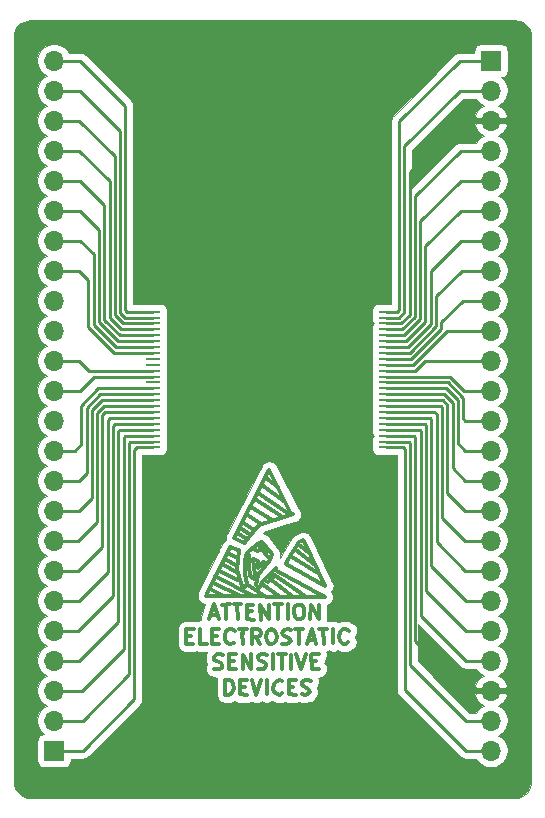
<source format=gbr>
G04 #@! TF.GenerationSoftware,KiCad,Pcbnew,(5.1.5)-3*
G04 #@! TF.CreationDate,2020-03-06T02:38:52-05:00*
G04 #@! TF.ProjectId,SingleBoard,53696e67-6c65-4426-9f61-72642e6b6963,rev?*
G04 #@! TF.SameCoordinates,Original*
G04 #@! TF.FileFunction,Copper,L1,Top*
G04 #@! TF.FilePolarity,Positive*
%FSLAX46Y46*%
G04 Gerber Fmt 4.6, Leading zero omitted, Abs format (unit mm)*
G04 Created by KiCad (PCBNEW (5.1.5)-3) date 2020-03-06 02:38:52*
%MOMM*%
%LPD*%
G04 APERTURE LIST*
%ADD10C,0.304800*%
%ADD11R,1.200899X0.239400*%
%ADD12O,1.700000X1.700000*%
%ADD13R,1.700000X1.700000*%
%ADD14C,0.250000*%
%ADD15C,0.100000*%
G04 APERTURE END LIST*
D10*
X114778760Y-84742700D02*
X115108960Y-84610620D01*
X114499360Y-85171960D02*
X114778760Y-84742700D01*
X114169160Y-85710440D02*
X114499360Y-85171960D01*
X113658620Y-86541020D02*
X114169160Y-85710440D01*
X112190500Y-87511300D02*
X112800100Y-86980440D01*
X111679960Y-88021840D02*
X112190500Y-87511300D01*
X111370080Y-88682240D02*
X111679960Y-88021840D01*
X111138940Y-88372360D02*
X111370080Y-88682240D01*
X111298960Y-87592580D02*
X111138940Y-88372360D01*
X112309880Y-86322580D02*
X111298960Y-87592580D01*
X112459740Y-85812040D02*
X112309880Y-86322580D01*
X111598680Y-84722380D02*
X112459740Y-85812040D01*
X111370080Y-84872240D02*
X111598680Y-84722380D01*
X110529340Y-85502160D02*
X111370080Y-84872240D01*
X110280420Y-85832360D02*
X110529340Y-85502160D01*
X110229620Y-85880620D02*
X110280420Y-85832360D01*
X110150880Y-86421640D02*
X110229620Y-85880620D01*
X110150880Y-87480820D02*
X110150880Y-86421640D01*
X110379480Y-88352040D02*
X110150880Y-87480820D01*
X110008640Y-88771140D02*
X110379480Y-88352040D01*
X109510800Y-87102360D02*
X110008640Y-88771140D01*
X109620020Y-85420880D02*
X109510800Y-87102360D01*
X111349760Y-83350780D02*
X110120400Y-84862080D01*
X113249680Y-82682760D02*
X111349760Y-83350780D01*
X114199640Y-82400820D02*
X113249680Y-82682760D01*
X112309880Y-87460500D02*
X112568960Y-87811020D01*
X112078740Y-88171700D02*
X112109220Y-88171700D01*
X111779020Y-87991360D02*
X112078740Y-88171700D01*
X113610360Y-86652780D02*
X113678940Y-86622300D01*
X116960620Y-88471420D02*
X113610360Y-86652780D01*
X115159760Y-84691900D02*
X116960620Y-88471420D01*
X110100080Y-84841760D02*
X110130560Y-84841760D01*
X109239020Y-84412500D02*
X110100080Y-84841760D01*
X112210820Y-78621300D02*
X109239020Y-84412500D01*
X114090420Y-82352560D02*
X112210820Y-78621300D01*
X116909820Y-89390900D02*
X112868680Y-87181100D01*
X106848880Y-89312160D02*
X116909820Y-89390900D01*
X108908820Y-85151640D02*
X106848880Y-89312160D01*
X109538740Y-85431040D02*
X108908820Y-85151640D01*
X111700280Y-86441960D02*
X111928880Y-86571500D01*
X111271020Y-86980440D02*
X111700280Y-86441960D01*
X111298960Y-86370840D02*
X111271020Y-86980440D01*
X110859540Y-86162560D02*
X111298960Y-86370840D01*
X110989080Y-87562100D02*
X110859540Y-86162560D01*
X110890020Y-87871980D02*
X110989080Y-87562100D01*
X110610620Y-87640840D02*
X110890020Y-87871980D01*
X110481080Y-86802640D02*
X110610620Y-87640840D01*
X110481080Y-85860300D02*
X110481080Y-86802640D01*
X112060960Y-85911100D02*
X112238760Y-86142240D01*
X111580900Y-85382780D02*
X112060960Y-85911100D01*
X111220220Y-85502160D02*
X111580900Y-85382780D01*
X110890020Y-85352300D02*
X111220220Y-85502160D01*
X111911100Y-79332500D02*
X112949960Y-80071640D01*
X111649480Y-79942100D02*
X113579880Y-81341640D01*
X111250700Y-80602500D02*
X113859280Y-82352560D01*
X110989080Y-81130820D02*
X113198880Y-82581160D01*
X110641100Y-81770900D02*
X112459740Y-82911360D01*
X111550420Y-83190760D02*
X111580900Y-83190760D01*
X110280420Y-82400820D02*
X111550420Y-83190760D01*
X109950220Y-83040900D02*
X110968760Y-83731780D01*
X110689360Y-84181360D02*
X110689360Y-84161040D01*
X109769880Y-83551440D02*
X110689360Y-84181360D01*
X109490480Y-84031500D02*
X110310900Y-84511560D01*
X114700020Y-84971300D02*
X115540760Y-85601220D01*
X114451100Y-85431040D02*
X116099560Y-86721360D01*
X114120900Y-86040640D02*
X116378960Y-87381760D01*
X108629420Y-85662180D02*
X109371100Y-86060960D01*
X108449080Y-86162560D02*
X109520960Y-86751840D01*
X108250960Y-86652780D02*
X109538740Y-87381760D01*
X109589540Y-87991360D02*
X109620020Y-87991360D01*
X107969020Y-87201420D02*
X109589540Y-87991360D01*
X107659140Y-87661160D02*
X110859540Y-89312160D01*
X107440700Y-88222500D02*
X109820680Y-89360420D01*
X107229880Y-88750820D02*
X108350020Y-89342640D01*
X110460760Y-88372360D02*
X111979680Y-89390900D01*
X113021080Y-89312160D02*
X113049020Y-89312160D01*
X111649480Y-88301240D02*
X113021080Y-89312160D01*
X112238760Y-87841500D02*
X114169160Y-89291840D01*
X115258820Y-89312160D02*
X115279140Y-89312160D01*
X112520700Y-87460500D02*
X115258820Y-89312160D01*
X111349760Y-85070360D02*
X112060960Y-85580900D01*
X107539760Y-90041140D02*
X107969020Y-91311140D01*
X107130820Y-91311140D02*
X107539760Y-90041140D01*
X107250200Y-90960620D02*
X107849640Y-90970780D01*
X108210320Y-90048760D02*
X108891040Y-90041140D01*
X109221240Y-90041140D02*
X109858780Y-90030980D01*
X108550680Y-90048760D02*
X108581160Y-91280660D01*
X109538740Y-91311140D02*
X109531120Y-90058920D01*
X110338840Y-91280660D02*
X110349000Y-91280660D01*
X110338840Y-90048760D02*
X110338840Y-91280660D01*
X110349000Y-90048760D02*
X110859540Y-90048760D01*
X110379480Y-90650740D02*
X110399800Y-90650740D01*
X110801120Y-90640580D02*
X110379480Y-90650740D01*
X110359160Y-91300980D02*
X110369320Y-91300980D01*
X110900180Y-91318760D02*
X110359160Y-91300980D01*
X112190500Y-91290820D02*
X112190500Y-90058920D01*
X111479300Y-90089400D02*
X112190500Y-91290820D01*
X111489460Y-91328920D02*
X111479300Y-90089400D01*
X112609600Y-90041140D02*
X113310640Y-90041140D01*
X112970280Y-90069080D02*
X112990600Y-91280660D01*
X113780540Y-90030980D02*
X113770380Y-91290820D01*
X114430780Y-90180840D02*
X114639060Y-90058920D01*
X114319020Y-90389120D02*
X114430780Y-90180840D01*
X114319020Y-90709160D02*
X114319020Y-90389120D01*
X114430780Y-91140960D02*
X114319020Y-90709160D01*
X114600960Y-91280660D02*
X114430780Y-91140960D01*
X114809240Y-91300980D02*
X114600960Y-91280660D01*
X115040380Y-91189220D02*
X114809240Y-91300980D01*
X115149600Y-90970780D02*
X115040380Y-91189220D01*
X115159760Y-90671060D02*
X115149600Y-90970780D01*
X115149600Y-90330700D02*
X115159760Y-90671060D01*
X114979420Y-90119880D02*
X115149600Y-90330700D01*
X114750820Y-90048760D02*
X114979420Y-90119880D01*
X116439920Y-91300980D02*
X116429760Y-90069080D01*
X115721100Y-90099560D02*
X116439920Y-91300980D01*
X115710940Y-91290820D02*
X115721100Y-90099560D01*
X105850660Y-92111240D02*
X105210580Y-92111240D01*
X105200420Y-93371080D02*
X105789700Y-93371080D01*
X105210580Y-92111240D02*
X105200420Y-93371080D01*
X105629680Y-92731000D02*
X105251220Y-92720840D01*
X106361200Y-93371080D02*
X106950480Y-93371080D01*
X106368820Y-92101080D02*
X106361200Y-93371080D01*
X107389900Y-93381240D02*
X107958860Y-93381240D01*
X107389900Y-92118860D02*
X107389900Y-93381240D01*
X107440700Y-92731000D02*
X107791220Y-92731000D01*
X107389900Y-92118860D02*
X107958860Y-92118860D01*
X107400060Y-92129020D02*
X107389900Y-92118860D01*
X108880880Y-93371080D02*
X109228860Y-93289800D01*
X108670060Y-93269480D02*
X108880880Y-93371080D01*
X108510040Y-93020560D02*
X108670060Y-93269480D01*
X108489720Y-92659880D02*
X108510040Y-93020560D01*
X108588780Y-92289040D02*
X108489720Y-92659880D01*
X108840240Y-92139180D02*
X108588780Y-92289040D01*
X109061220Y-92139180D02*
X108840240Y-92139180D01*
X109299980Y-92250940D02*
X109061220Y-92139180D01*
X109650500Y-92118860D02*
X110321060Y-92118860D01*
X109950220Y-92499860D02*
X109970540Y-93371080D01*
X109970540Y-92129020D02*
X109990860Y-92129020D01*
X109960380Y-92520180D02*
X109970540Y-92129020D01*
X110829060Y-92779260D02*
X110839220Y-92779260D01*
X111230380Y-92779260D02*
X110829060Y-92779260D01*
X111400560Y-92690360D02*
X111230380Y-92779260D01*
X111489460Y-92499860D02*
X111400560Y-92690360D01*
X111400560Y-92240780D02*
X111489460Y-92499860D01*
X111210060Y-92129020D02*
X111400560Y-92240780D01*
X110770640Y-92139180D02*
X111210060Y-92129020D01*
X110770640Y-93360920D02*
X110770640Y-92139180D01*
X111121160Y-92819900D02*
X111479300Y-93360920D01*
X112180340Y-92179820D02*
X112360680Y-92169660D01*
X112030480Y-92370320D02*
X112180340Y-92179820D01*
X111959360Y-92789420D02*
X112030480Y-92370320D01*
X112030480Y-93109460D02*
X111959360Y-92789420D01*
X112238760Y-93371080D02*
X112030480Y-93109460D01*
X112459740Y-93381240D02*
X112238760Y-93371080D01*
X112650240Y-93330440D02*
X112459740Y-93381240D01*
X112769620Y-93170420D02*
X112650240Y-93330440D01*
X112840740Y-92789420D02*
X112769620Y-93170420D01*
X112779780Y-92421120D02*
X112840740Y-92789420D01*
X112640080Y-92200140D02*
X112779780Y-92421120D01*
X112391160Y-92129020D02*
X112640080Y-92200140D01*
X113630680Y-93399020D02*
X113320800Y-93360920D01*
X113879600Y-93320280D02*
X113630680Y-93399020D01*
X114029460Y-93150100D02*
X113879600Y-93320280D01*
X113920240Y-92880860D02*
X114029460Y-93150100D01*
X113668780Y-92769100D02*
X113920240Y-92880860D01*
X113369060Y-92609080D02*
X113668780Y-92769100D01*
X113310640Y-92421120D02*
X113369060Y-92609080D01*
X113450340Y-92169660D02*
X113310640Y-92421120D01*
X113811020Y-92111240D02*
X113450340Y-92169660D01*
X114039620Y-92179820D02*
X113811020Y-92111240D01*
X114430780Y-92118860D02*
X115081020Y-92118860D01*
X114740660Y-92129020D02*
X114760980Y-93371080D01*
X115799840Y-92149340D02*
X116201160Y-93371080D01*
X115380740Y-93381240D02*
X115799840Y-92149340D01*
X115510280Y-93020560D02*
X116041140Y-93020560D01*
X116460240Y-92149340D02*
X117151120Y-92139180D01*
X116800600Y-92149340D02*
X116831080Y-93371080D01*
X117631180Y-92111240D02*
X117631180Y-93340600D01*
X118741160Y-93360920D02*
X118918960Y-93249160D01*
X118449060Y-93360920D02*
X118741160Y-93360920D01*
X118200140Y-93160260D02*
X118449060Y-93360920D01*
X118149340Y-92758940D02*
X118200140Y-93160260D01*
X118240780Y-92339840D02*
X118149340Y-92758940D01*
X118479540Y-92139180D02*
X118240780Y-92339840D01*
X118710680Y-92118860D02*
X118479540Y-92139180D01*
X118979920Y-92271260D02*
X118710680Y-92118860D01*
X107638820Y-95489440D02*
X107570240Y-95469120D01*
X107979180Y-95550400D02*
X107638820Y-95489440D01*
X108210320Y-95441180D02*
X107979180Y-95550400D01*
X108261120Y-95169400D02*
X108210320Y-95441180D01*
X108129040Y-94961120D02*
X108261120Y-95169400D01*
X107798840Y-94829040D02*
X108129040Y-94961120D01*
X107570240Y-94709660D02*
X107798840Y-94829040D01*
X107549920Y-94498840D02*
X107570240Y-94709660D01*
X107781060Y-94270240D02*
X107549920Y-94498840D01*
X108090940Y-94260080D02*
X107781060Y-94270240D01*
X108299220Y-94321040D02*
X108090940Y-94260080D01*
X109399040Y-94260080D02*
X108850400Y-94260080D01*
X109228860Y-94839200D02*
X108830080Y-94829040D01*
X108840240Y-95499600D02*
X108819920Y-94270240D01*
X109439680Y-95530080D02*
X108840240Y-95499600D01*
X110679200Y-95509760D02*
X110679200Y-94270240D01*
X109990860Y-94331200D02*
X110679200Y-95509760D01*
X109990860Y-95499600D02*
X109990860Y-94331200D01*
X111550420Y-95509760D02*
X111281180Y-95469120D01*
X111789180Y-95489440D02*
X111550420Y-95509760D01*
X111959360Y-95288780D02*
X111789180Y-95489440D01*
X111928880Y-95090660D02*
X111959360Y-95288780D01*
X111761240Y-94940800D02*
X111928880Y-95090660D01*
X111540260Y-94869680D02*
X111761240Y-94940800D01*
X111339600Y-94780780D02*
X111540260Y-94869680D01*
X111240540Y-94590280D02*
X111339600Y-94780780D01*
X111309120Y-94379460D02*
X111240540Y-94590280D01*
X111519940Y-94260080D02*
X111309120Y-94379460D01*
X111789180Y-94229600D02*
X111519940Y-94260080D01*
X112000000Y-94321040D02*
X111789180Y-94229600D01*
X112510540Y-94219440D02*
X112510540Y-95479280D01*
X112960120Y-94270240D02*
X113630680Y-94280400D01*
X113300480Y-95479280D02*
X113310640Y-95479280D01*
X113290320Y-94290560D02*
X113300480Y-95479280D01*
X114100580Y-94290560D02*
X114090420Y-95489440D01*
X114921000Y-95489440D02*
X115360420Y-94270240D01*
X114509520Y-94270240D02*
X114921000Y-95489440D01*
X116399280Y-94260080D02*
X115799840Y-94270240D01*
X115799840Y-95509760D02*
X115779520Y-94290560D01*
X116409440Y-95530080D02*
X115799840Y-95509760D01*
X116208780Y-94829040D02*
X115850640Y-94839200D01*
X108870720Y-96439400D02*
X108571000Y-96429240D01*
X109040900Y-96530840D02*
X108870720Y-96439400D01*
X109160280Y-96769600D02*
X109040900Y-96530840D01*
X109200920Y-97099800D02*
X109160280Y-96769600D01*
X109089160Y-97501120D02*
X109200920Y-97099800D01*
X108819920Y-97678920D02*
X109089160Y-97501120D01*
X108499880Y-97678920D02*
X108819920Y-97678920D01*
X108499880Y-96439400D02*
X108499880Y-97678920D01*
X109739400Y-97661140D02*
X110359160Y-97678920D01*
X109769880Y-96419080D02*
X109739400Y-97661140D01*
X110369320Y-96419080D02*
X109769880Y-96419080D01*
X109841000Y-97038840D02*
X109841000Y-97021060D01*
X110178820Y-97010900D02*
X109841000Y-97038840D01*
X111138940Y-97678920D02*
X111560580Y-96419080D01*
X110719840Y-96408920D02*
X111138940Y-97678920D01*
X112000000Y-96419080D02*
X112000000Y-97661140D01*
X113310640Y-97569700D02*
X113320800Y-97559540D01*
X113160780Y-97689080D02*
X113310640Y-97569700D01*
X112899160Y-97650980D02*
X113160780Y-97689080D01*
X112619760Y-97480800D02*
X112899160Y-97650980D01*
X112520700Y-97181080D02*
X112619760Y-97480800D01*
X112599440Y-96779760D02*
X112520700Y-97181080D01*
X112850900Y-96490200D02*
X112599440Y-96779760D01*
X113099820Y-96439400D02*
X112850900Y-96490200D01*
X113310640Y-96530840D02*
X113099820Y-96439400D01*
X113879600Y-97661140D02*
X114451100Y-97678920D01*
X113869440Y-96439400D02*
X113879600Y-97661140D01*
X114479040Y-96419080D02*
X113869440Y-96439400D01*
X114199640Y-97010900D02*
X113889760Y-97021060D01*
X114979420Y-97650980D02*
X114989580Y-97640820D01*
X115210560Y-97689080D02*
X114979420Y-97650980D01*
X115520440Y-97640820D02*
X115210560Y-97689080D01*
X115660140Y-97450320D02*
X115520440Y-97640820D01*
X115540760Y-97160760D02*
X115660140Y-97450320D01*
X115279140Y-97059160D02*
X115540760Y-97160760D01*
X114999740Y-96840720D02*
X115279140Y-97059160D01*
X114999740Y-96599420D02*
X114999740Y-96840720D01*
X115230880Y-96429240D02*
X114999740Y-96599420D01*
X115500120Y-96429240D02*
X115230880Y-96429240D01*
X115721100Y-96520680D02*
X115500120Y-96429240D01*
D11*
X122096048Y-65249999D03*
X122096048Y-65750000D03*
X122096048Y-66249999D03*
X122096048Y-66750001D03*
X122096048Y-67250000D03*
X122096048Y-67749999D03*
X122096048Y-68250000D03*
X122096048Y-68749999D03*
X122096048Y-69250001D03*
X122096048Y-69750000D03*
X122096048Y-70249999D03*
X122096048Y-70750000D03*
X122096048Y-71250000D03*
X122096048Y-71749998D03*
X122096048Y-72250000D03*
X122096048Y-72749999D03*
X122096048Y-73250001D03*
X122096048Y-73750000D03*
X122096048Y-74249999D03*
X122096048Y-74750000D03*
X122096048Y-75249999D03*
X122096048Y-75750001D03*
X122096048Y-76250000D03*
X122096048Y-76749999D03*
X102403952Y-76750001D03*
X102403952Y-76250000D03*
X102403952Y-75750001D03*
X102403952Y-75249999D03*
X102403952Y-74750000D03*
X102403952Y-74250001D03*
X102403952Y-73750000D03*
X102403952Y-73250001D03*
X102403952Y-72749999D03*
X102403952Y-72250000D03*
X102403952Y-71750001D03*
X102403952Y-71250000D03*
X102403952Y-70750000D03*
X102403952Y-70249999D03*
X102403952Y-69750000D03*
X102403952Y-69250001D03*
X102403952Y-68749999D03*
X102403952Y-68250000D03*
X102403952Y-67749999D03*
X102403952Y-67250000D03*
X102403952Y-66750001D03*
X102403952Y-66249999D03*
X102403952Y-65750000D03*
X102403952Y-65250001D03*
D12*
X131000000Y-102420000D03*
X131000000Y-99880000D03*
X131000000Y-97340000D03*
X131000000Y-94800000D03*
X131000000Y-92260000D03*
X131000000Y-89720000D03*
X131000000Y-87180000D03*
X131000000Y-84640000D03*
X131000000Y-82100000D03*
X131000000Y-79560000D03*
X131000000Y-77020000D03*
X131000000Y-74480000D03*
X131000000Y-71940000D03*
X131000000Y-69400000D03*
X131000000Y-66860000D03*
X131000000Y-64320000D03*
X131000000Y-61780000D03*
X131000000Y-59240000D03*
X131000000Y-56700000D03*
X131000000Y-54160000D03*
X131000000Y-51620000D03*
X131000000Y-49080000D03*
X131000000Y-46540000D03*
D13*
X131000000Y-44000000D03*
D12*
X94000000Y-44000000D03*
X94000000Y-46540000D03*
X94000000Y-49080000D03*
X94000000Y-51620000D03*
X94000000Y-54160000D03*
X94000000Y-56700000D03*
X94000000Y-59240000D03*
X94000000Y-61780000D03*
X94000000Y-64320000D03*
X94000000Y-66860000D03*
X94000000Y-69400000D03*
X94000000Y-71940000D03*
X94000000Y-74480000D03*
X94000000Y-77020000D03*
X94000000Y-79560000D03*
X94000000Y-82100000D03*
X94000000Y-84640000D03*
X94000000Y-87180000D03*
X94000000Y-89720000D03*
X94000000Y-92260000D03*
X94000000Y-94800000D03*
X94000000Y-97340000D03*
X94000000Y-99880000D03*
D13*
X94000000Y-102420000D03*
D14*
X96200000Y-44000000D02*
X94000000Y-44000000D01*
X102403952Y-65250001D02*
X100150001Y-65250001D01*
X100050000Y-47850000D02*
X96200000Y-44000000D01*
X100050000Y-65150000D02*
X100050000Y-47850000D01*
X100150001Y-65250001D02*
X100050000Y-65150000D01*
X96190000Y-46540000D02*
X94000000Y-46540000D01*
X99600000Y-49950000D02*
X96190000Y-46540000D01*
X99600000Y-65350000D02*
X99600000Y-49950000D01*
X102403952Y-65750000D02*
X100000000Y-65750000D01*
X100000000Y-65750000D02*
X99600000Y-65350000D01*
X96130000Y-49080000D02*
X94000000Y-49080000D01*
X99150000Y-52100000D02*
X96130000Y-49080000D01*
X99150000Y-65550000D02*
X99150000Y-52100000D01*
X102403952Y-66249999D02*
X99850000Y-66250000D01*
X99850000Y-66250000D02*
X99150000Y-65550000D01*
X96120000Y-51620000D02*
X94000000Y-51620000D01*
X98700000Y-54200000D02*
X96120000Y-51620000D01*
X102403952Y-66750001D02*
X99700000Y-66750000D01*
X98700000Y-65750000D02*
X98700000Y-54200000D01*
X99700000Y-66750000D02*
X98700000Y-65750000D01*
X98250000Y-65950000D02*
X98250000Y-56250000D01*
X96160000Y-54160000D02*
X94000000Y-54160000D01*
X102403952Y-67250000D02*
X99550000Y-67250000D01*
X98250000Y-56250000D02*
X96160000Y-54160000D01*
X99550000Y-67250000D02*
X98250000Y-65950000D01*
X96200000Y-56700000D02*
X94000000Y-56700000D01*
X97800000Y-66150000D02*
X97800000Y-58300000D01*
X97800000Y-58300000D02*
X96200000Y-56700000D01*
X102403952Y-67749999D02*
X99400000Y-67750000D01*
X99400000Y-67750000D02*
X97800000Y-66150000D01*
X97350000Y-60400000D02*
X96190000Y-59240000D01*
X97350000Y-66350000D02*
X97350000Y-60400000D01*
X96190000Y-59240000D02*
X94000000Y-59240000D01*
X102403952Y-68250000D02*
X99250000Y-68250000D01*
X99250000Y-68250000D02*
X97350000Y-66350000D01*
X96130000Y-61780000D02*
X94000000Y-61780000D01*
X96900000Y-66550000D02*
X96900000Y-62550000D01*
X102403952Y-68749999D02*
X99100000Y-68750000D01*
X96900000Y-62550000D02*
X96130000Y-61780000D01*
X99100000Y-68750000D02*
X96900000Y-66550000D01*
X96150000Y-69400000D02*
X94000000Y-69400000D01*
X102403952Y-70249999D02*
X97000000Y-70250000D01*
X97000000Y-70250000D02*
X96150000Y-69400000D01*
X96210000Y-71940000D02*
X94000000Y-71940000D01*
X102403952Y-70750000D02*
X97400000Y-70750000D01*
X97400000Y-70750000D02*
X96210000Y-71940000D01*
X96300000Y-76500000D02*
X95780000Y-77020000D01*
X96300000Y-73200000D02*
X96300000Y-76500000D01*
X95780000Y-77020000D02*
X94000000Y-77020000D01*
X102403952Y-71750001D02*
X97749999Y-71750001D01*
X97749999Y-71750001D02*
X96300000Y-73200000D01*
X96140000Y-79560000D02*
X94000000Y-79560000D01*
X96750000Y-73400000D02*
X96750000Y-78950000D01*
X96750000Y-78950000D02*
X96140000Y-79560000D01*
X102403952Y-72250000D02*
X97900000Y-72250000D01*
X97900000Y-72250000D02*
X96750000Y-73400000D01*
X101153952Y-72749999D02*
X98050001Y-72749999D01*
X98050001Y-72749999D02*
X97200000Y-73600000D01*
X97200000Y-73600000D02*
X97200000Y-81050000D01*
X96150000Y-82100000D02*
X94000000Y-82100000D01*
X97200000Y-81050000D02*
X96150000Y-82100000D01*
X101153952Y-72749999D02*
X102403952Y-72749999D01*
X97650000Y-83050000D02*
X96060000Y-84640000D01*
X97650000Y-73800000D02*
X97650000Y-83050000D01*
X102403952Y-73250001D02*
X98199999Y-73250001D01*
X96060000Y-84640000D02*
X94000000Y-84640000D01*
X98199999Y-73250001D02*
X97650000Y-73800000D01*
X98100000Y-85150000D02*
X96070000Y-87180000D01*
X98100000Y-74000000D02*
X98100000Y-85150000D01*
X96070000Y-87180000D02*
X94000000Y-87180000D01*
X102403952Y-73750000D02*
X98350000Y-73750000D01*
X98350000Y-73750000D02*
X98100000Y-74000000D01*
X98550000Y-87300000D02*
X96130000Y-89720000D01*
X96130000Y-89720000D02*
X94000000Y-89720000D01*
X98550000Y-74400000D02*
X98550000Y-87300000D01*
X102403952Y-74250001D02*
X98699999Y-74250001D01*
X98699999Y-74250001D02*
X98550000Y-74400000D01*
X96040000Y-92260000D02*
X94000000Y-92260000D01*
X99000000Y-89300000D02*
X96040000Y-92260000D01*
X99000000Y-74950000D02*
X99000000Y-89300000D01*
X102403952Y-74750000D02*
X99200000Y-74750000D01*
X99200000Y-74750000D02*
X99000000Y-74950000D01*
X96150000Y-94800000D02*
X94000000Y-94800000D01*
X99450000Y-75400000D02*
X99450000Y-91500000D01*
X99450000Y-91500000D02*
X96150000Y-94800000D01*
X102403952Y-75249999D02*
X99600000Y-75250000D01*
X99600000Y-75250000D02*
X99450000Y-75400000D01*
X96360000Y-97340000D02*
X94000000Y-97340000D01*
X99900000Y-75850000D02*
X99900000Y-93800000D01*
X99900000Y-93800000D02*
X96360000Y-97340000D01*
X102403952Y-75750001D02*
X100000000Y-75750000D01*
X100000000Y-75750000D02*
X99900000Y-75850000D01*
X102403952Y-76250000D02*
X100450000Y-76250000D01*
X100450000Y-76250000D02*
X100350000Y-76350000D01*
X100350000Y-76350000D02*
X100350000Y-95950000D01*
X96420000Y-99880000D02*
X94000000Y-99880000D01*
X100350000Y-95950000D02*
X96420000Y-99880000D01*
X96430000Y-102420000D02*
X94000000Y-102420000D01*
X100800000Y-98050000D02*
X96430000Y-102420000D01*
X100800000Y-76950000D02*
X100800000Y-98050000D01*
X102403952Y-76750001D02*
X101000000Y-76750000D01*
X101000000Y-76750000D02*
X100800000Y-76950000D01*
X123700000Y-76900000D02*
X123700000Y-97250000D01*
X122096048Y-76749999D02*
X123550000Y-76750000D01*
X128870000Y-102420000D02*
X131000000Y-102420000D01*
X123700000Y-97250000D02*
X128870000Y-102420000D01*
X123550000Y-76750000D02*
X123700000Y-76900000D01*
X122096048Y-76250000D02*
X124050000Y-76250000D01*
X124050000Y-76250000D02*
X124150000Y-76350000D01*
X124150000Y-76350000D02*
X124150000Y-95150000D01*
X128880000Y-99880000D02*
X131000000Y-99880000D01*
X124150000Y-95150000D02*
X128880000Y-99880000D01*
X122096048Y-75249999D02*
X122946498Y-75250000D01*
X122946498Y-75250000D02*
X124950000Y-75250000D01*
X124950000Y-75250000D02*
X125050000Y-75350000D01*
X125050000Y-75350000D02*
X125050000Y-91000000D01*
X128850000Y-94800000D02*
X131000000Y-94800000D01*
X125050000Y-91000000D02*
X128850000Y-94800000D01*
X122096048Y-74750000D02*
X125400000Y-74750000D01*
X125400000Y-74750000D02*
X125500000Y-74850000D01*
X125500000Y-74850000D02*
X125500000Y-88900000D01*
X128860000Y-92260000D02*
X131000000Y-92260000D01*
X125500000Y-88900000D02*
X128860000Y-92260000D01*
X122096048Y-74249999D02*
X122946498Y-74250000D01*
X122946498Y-74250000D02*
X125850000Y-74250000D01*
X125850000Y-74250000D02*
X125950000Y-74350000D01*
X125950000Y-74350000D02*
X125950000Y-86750000D01*
X128920000Y-89720000D02*
X131000000Y-89720000D01*
X125950000Y-86750000D02*
X128920000Y-89720000D01*
X126400000Y-84750000D02*
X128830000Y-87180000D01*
X126400000Y-73950000D02*
X126400000Y-84750000D01*
X128830000Y-87180000D02*
X131000000Y-87180000D01*
X122096048Y-73750000D02*
X126200000Y-73750000D01*
X126200000Y-73750000D02*
X126400000Y-73950000D01*
X122096048Y-73250001D02*
X126750001Y-73250001D01*
X126750001Y-73250001D02*
X126850000Y-73350000D01*
X126850000Y-73350000D02*
X126850000Y-82700000D01*
X128790000Y-84640000D02*
X131000000Y-84640000D01*
X126850000Y-82700000D02*
X128790000Y-84640000D01*
X122096048Y-72749999D02*
X122946498Y-72750000D01*
X122946498Y-72750000D02*
X126900000Y-72750000D01*
X126900000Y-72750000D02*
X127300000Y-73150000D01*
X127300000Y-73150000D02*
X127300000Y-80600000D01*
X128800000Y-82100000D02*
X131000000Y-82100000D01*
X127300000Y-80600000D02*
X128800000Y-82100000D01*
X127750000Y-78500000D02*
X128810000Y-79560000D01*
X128810000Y-79560000D02*
X131000000Y-79560000D01*
X127750000Y-72950000D02*
X127750000Y-78500000D01*
X122096048Y-72250000D02*
X127050000Y-72250000D01*
X127050000Y-72250000D02*
X127750000Y-72950000D01*
X122096048Y-71749998D02*
X127199998Y-71749998D01*
X127199998Y-71749998D02*
X128200000Y-72750000D01*
X128200000Y-72750000D02*
X128200000Y-76400000D01*
X128820000Y-77020000D02*
X131000000Y-77020000D01*
X128200000Y-76400000D02*
X128820000Y-77020000D01*
X128830000Y-74480000D02*
X131000000Y-74480000D01*
X128650000Y-74300000D02*
X128830000Y-74480000D01*
X128650000Y-72550000D02*
X128650000Y-74300000D01*
X122096048Y-71250000D02*
X127350000Y-71250000D01*
X127350000Y-71250000D02*
X128650000Y-72550000D01*
X128690000Y-71940000D02*
X131000000Y-71940000D01*
X122096048Y-70750000D02*
X127500000Y-70750000D01*
X127500000Y-70750000D02*
X128690000Y-71940000D01*
X125400000Y-69400000D02*
X131000000Y-69400000D01*
X122096048Y-70249999D02*
X124550000Y-70250000D01*
X124550000Y-70250000D02*
X125400000Y-69400000D01*
X127310000Y-66860000D02*
X131000000Y-66860000D01*
X127300000Y-66850000D02*
X127310000Y-66860000D01*
X122096048Y-69750000D02*
X124400000Y-69750000D01*
X124400000Y-69750000D02*
X127300000Y-66850000D01*
X122096048Y-69250001D02*
X124249999Y-69250001D01*
X124249999Y-69250001D02*
X126800000Y-66700000D01*
X126800000Y-66700000D02*
X126800000Y-66150000D01*
X128630000Y-64320000D02*
X131000000Y-64320000D01*
X126800000Y-66150000D02*
X128630000Y-64320000D01*
X122096048Y-68749999D02*
X124100001Y-68749999D01*
X124100001Y-68749999D02*
X126350000Y-66500000D01*
X126350000Y-66500000D02*
X126350000Y-63950000D01*
X128520000Y-61780000D02*
X131000000Y-61780000D01*
X126350000Y-63950000D02*
X128520000Y-61780000D01*
X128460000Y-59240000D02*
X131000000Y-59240000D01*
X125900000Y-61800000D02*
X128460000Y-59240000D01*
X122096048Y-68250000D02*
X123950000Y-68250000D01*
X125900000Y-66300000D02*
X125900000Y-61800000D01*
X123950000Y-68250000D02*
X125900000Y-66300000D01*
X122096048Y-67749999D02*
X123800001Y-67749999D01*
X123800001Y-67749999D02*
X125450000Y-66100000D01*
X125450000Y-66100000D02*
X125450000Y-59700000D01*
X128450000Y-56700000D02*
X131000000Y-56700000D01*
X125450000Y-59700000D02*
X128450000Y-56700000D01*
X125000000Y-57600000D02*
X128440000Y-54160000D01*
X125000000Y-65900000D02*
X125000000Y-57600000D01*
X122096048Y-67250000D02*
X123650000Y-67250000D01*
X128440000Y-54160000D02*
X131000000Y-54160000D01*
X123650000Y-67250000D02*
X125000000Y-65900000D01*
X128430000Y-51620000D02*
X131000000Y-51620000D01*
X124550000Y-65700000D02*
X124550000Y-55500000D01*
X122096048Y-66750001D02*
X123500000Y-66750000D01*
X124550000Y-55500000D02*
X128430000Y-51620000D01*
X123500000Y-66750000D02*
X124550000Y-65700000D01*
X123650000Y-51250000D02*
X128360000Y-46540000D01*
X128360000Y-46540000D02*
X131000000Y-46540000D01*
X123650000Y-65300000D02*
X123650000Y-51250000D01*
X122096048Y-65750000D02*
X123200000Y-65750000D01*
X123200000Y-65750000D02*
X123650000Y-65300000D01*
X122096048Y-65249999D02*
X123050001Y-65249999D01*
X123050001Y-65249999D02*
X123200000Y-65100000D01*
X123200000Y-65100000D02*
X123200000Y-49150000D01*
X128350000Y-44000000D02*
X131000000Y-44000000D01*
X123200000Y-49150000D02*
X128350000Y-44000000D01*
X122096048Y-66249999D02*
X123350001Y-66249999D01*
X123350001Y-66249999D02*
X124100000Y-65500000D01*
X124100000Y-65500000D02*
X124100000Y-53400000D01*
X128420000Y-49080000D02*
X131000000Y-49080000D01*
X124100000Y-53400000D02*
X128420000Y-49080000D01*
X122096048Y-75750001D02*
X124450001Y-75750001D01*
X124450001Y-75750001D02*
X124600000Y-75900000D01*
X124600000Y-75900000D02*
X124600000Y-93100000D01*
X128840000Y-97340000D02*
X131000000Y-97340000D01*
X124600000Y-93100000D02*
X128840000Y-97340000D01*
D15*
G36*
X133276249Y-40604844D02*
G01*
X133541973Y-40685071D01*
X133787055Y-40815383D01*
X134002158Y-40990817D01*
X134179092Y-41204692D01*
X134311113Y-41448860D01*
X134393193Y-41714018D01*
X134425000Y-42016637D01*
X134425001Y-104971864D01*
X134395156Y-105276249D01*
X134314928Y-105541975D01*
X134184615Y-105787058D01*
X134009181Y-106002161D01*
X133795304Y-106179095D01*
X133551141Y-106311113D01*
X133285982Y-106393193D01*
X132983363Y-106425000D01*
X92028126Y-106425000D01*
X91723751Y-106395156D01*
X91458025Y-106314928D01*
X91212942Y-106184615D01*
X90997839Y-106009181D01*
X90820905Y-105795304D01*
X90688887Y-105551141D01*
X90606807Y-105285982D01*
X90575000Y-104983363D01*
X90575000Y-101570000D01*
X92597339Y-101570000D01*
X92597339Y-103270000D01*
X92607958Y-103377819D01*
X92639408Y-103481494D01*
X92690479Y-103577042D01*
X92759210Y-103660790D01*
X92842958Y-103729521D01*
X92938506Y-103780592D01*
X93042181Y-103812042D01*
X93150000Y-103822661D01*
X94850000Y-103822661D01*
X94957819Y-103812042D01*
X95061494Y-103780592D01*
X95157042Y-103729521D01*
X95240790Y-103660790D01*
X95309521Y-103577042D01*
X95360592Y-103481494D01*
X95392042Y-103377819D01*
X95402661Y-103270000D01*
X95402661Y-103095000D01*
X96396848Y-103095000D01*
X96430000Y-103098265D01*
X96463152Y-103095000D01*
X96463159Y-103095000D01*
X96562323Y-103085233D01*
X96689561Y-103046636D01*
X96806824Y-102983958D01*
X96909606Y-102899606D01*
X96930742Y-102873852D01*
X101253852Y-98550742D01*
X101279606Y-98529606D01*
X101363958Y-98426824D01*
X101426636Y-98309561D01*
X101462267Y-98192101D01*
X101465233Y-98182324D01*
X101466817Y-98166241D01*
X101475000Y-98083159D01*
X101475000Y-98083153D01*
X101478265Y-98050001D01*
X101475000Y-98016849D01*
X101475000Y-93371080D01*
X104494622Y-93371080D01*
X104501133Y-93437181D01*
X104507097Y-93503187D01*
X104507903Y-93505924D01*
X104508184Y-93508774D01*
X104527462Y-93572324D01*
X104546192Y-93635909D01*
X104547516Y-93638436D01*
X104548348Y-93641177D01*
X104579668Y-93699773D01*
X104610427Y-93758454D01*
X104612221Y-93760677D01*
X104613570Y-93763200D01*
X104655696Y-93814531D01*
X104697337Y-93866114D01*
X104699530Y-93867944D01*
X104701345Y-93870155D01*
X104752699Y-93912300D01*
X104803581Y-93954748D01*
X104806086Y-93956113D01*
X104808300Y-93957930D01*
X104866922Y-93989264D01*
X104925074Y-94020952D01*
X104927798Y-94021802D01*
X104930323Y-94023152D01*
X104993884Y-94042433D01*
X105057149Y-94062183D01*
X105059990Y-94062486D01*
X105062726Y-94063316D01*
X105128775Y-94069821D01*
X105194729Y-94076855D01*
X105232078Y-94073480D01*
X105824200Y-94073480D01*
X105927394Y-94063316D01*
X106059797Y-94023152D01*
X106075112Y-94014966D01*
X106087196Y-94021519D01*
X106089223Y-94022147D01*
X106091103Y-94023152D01*
X106155403Y-94042657D01*
X106219356Y-94062477D01*
X106221468Y-94062698D01*
X106223506Y-94063316D01*
X106290328Y-94069898D01*
X106356966Y-94076865D01*
X106393583Y-94073480D01*
X106984980Y-94073480D01*
X106989790Y-94073006D01*
X106986610Y-94077744D01*
X106965247Y-94103484D01*
X106948163Y-94135026D01*
X106928157Y-94164832D01*
X106915283Y-94195730D01*
X106899351Y-94225145D01*
X106888745Y-94259424D01*
X106874943Y-94292550D01*
X106868347Y-94325350D01*
X106858455Y-94357323D01*
X106854740Y-94393021D01*
X106847667Y-94428195D01*
X106847597Y-94461653D01*
X106844133Y-94494941D01*
X106847454Y-94530677D01*
X106847451Y-94531888D01*
X106850648Y-94565055D01*
X106856934Y-94632708D01*
X106857281Y-94633876D01*
X106868165Y-94746799D01*
X106868538Y-94785584D01*
X106881851Y-94849308D01*
X106894408Y-94913132D01*
X106895985Y-94916962D01*
X106896833Y-94921021D01*
X106922335Y-94980952D01*
X106947090Y-95041071D01*
X106949383Y-95044518D01*
X106951007Y-95048335D01*
X106979149Y-95089589D01*
X106945643Y-95140444D01*
X106893523Y-95268612D01*
X106867409Y-95404485D01*
X106868304Y-95542842D01*
X106896173Y-95678366D01*
X106949947Y-95805850D01*
X107027559Y-95920393D01*
X107126026Y-96017593D01*
X107241564Y-96093717D01*
X107337618Y-96132778D01*
X107377254Y-96144522D01*
X107381243Y-96146557D01*
X107443476Y-96164143D01*
X107472355Y-96172700D01*
X107476735Y-96173542D01*
X107481028Y-96174755D01*
X107510678Y-96180065D01*
X107574184Y-96192271D01*
X107578663Y-96192242D01*
X107827339Y-96236781D01*
X107807644Y-96301707D01*
X107797480Y-96404901D01*
X107797481Y-97644411D01*
X107794082Y-97678920D01*
X107807644Y-97816614D01*
X107847808Y-97949017D01*
X107913030Y-98071040D01*
X108000805Y-98177995D01*
X108107760Y-98265770D01*
X108229783Y-98330992D01*
X108362186Y-98371156D01*
X108465380Y-98381320D01*
X108465381Y-98381320D01*
X108499880Y-98384718D01*
X108534380Y-98381320D01*
X108783519Y-98381320D01*
X108816101Y-98384707D01*
X108852509Y-98381320D01*
X108854420Y-98381320D01*
X108886945Y-98378116D01*
X108953865Y-98371891D01*
X108955703Y-98371344D01*
X108957614Y-98371156D01*
X109022062Y-98351606D01*
X109086483Y-98332444D01*
X109088178Y-98331550D01*
X109090017Y-98330992D01*
X109149479Y-98299209D01*
X109178196Y-98284059D01*
X109179778Y-98283014D01*
X109212040Y-98265770D01*
X109237373Y-98244980D01*
X109295914Y-98206321D01*
X109330613Y-98236503D01*
X109331889Y-98237233D01*
X109333002Y-98238193D01*
X109391892Y-98271553D01*
X109450715Y-98305198D01*
X109452111Y-98305666D01*
X109453388Y-98306389D01*
X109517637Y-98327613D01*
X109581912Y-98349142D01*
X109583371Y-98349328D01*
X109584766Y-98349789D01*
X109651987Y-98358079D01*
X109684772Y-98362261D01*
X109686230Y-98362303D01*
X109722086Y-98366725D01*
X109755204Y-98364282D01*
X110373503Y-98382020D01*
X110476946Y-98374819D01*
X110610446Y-98338469D01*
X110734289Y-98276773D01*
X110750275Y-98264404D01*
X110788667Y-98291666D01*
X110805658Y-98299277D01*
X110821402Y-98309254D01*
X110868701Y-98327517D01*
X110914938Y-98348228D01*
X110933094Y-98352379D01*
X110950477Y-98359091D01*
X111000417Y-98367773D01*
X111049818Y-98379068D01*
X111068439Y-98379598D01*
X111086792Y-98382788D01*
X111137463Y-98381560D01*
X111188121Y-98383001D01*
X111206484Y-98379888D01*
X111225113Y-98379437D01*
X111274578Y-98368346D01*
X111324536Y-98359878D01*
X111341939Y-98353243D01*
X111360121Y-98349166D01*
X111406465Y-98328641D01*
X111453819Y-98310586D01*
X111469598Y-98300680D01*
X111486629Y-98293137D01*
X111528074Y-98263968D01*
X111571001Y-98237018D01*
X111581930Y-98226693D01*
X111607881Y-98247990D01*
X111729904Y-98313212D01*
X111862307Y-98353376D01*
X112000000Y-98366938D01*
X112137694Y-98353376D01*
X112270097Y-98313212D01*
X112392120Y-98247990D01*
X112450457Y-98200114D01*
X112507247Y-98234704D01*
X112537912Y-98257321D01*
X112597403Y-98285265D01*
X112656661Y-98313810D01*
X112660014Y-98314675D01*
X112663145Y-98316146D01*
X112727002Y-98331962D01*
X112790632Y-98348383D01*
X112828669Y-98350523D01*
X113036516Y-98380792D01*
X113081386Y-98390398D01*
X113139370Y-98391242D01*
X113197278Y-98393933D01*
X113208442Y-98392247D01*
X113219731Y-98392411D01*
X113276753Y-98381929D01*
X113334087Y-98373269D01*
X113344708Y-98369437D01*
X113355811Y-98367396D01*
X113409673Y-98345998D01*
X113464235Y-98326313D01*
X113473910Y-98320479D01*
X113484397Y-98316313D01*
X113533042Y-98284824D01*
X113543837Y-98278315D01*
X113589357Y-98304497D01*
X113602575Y-98308960D01*
X113614935Y-98315435D01*
X113668014Y-98331055D01*
X113720447Y-98348759D01*
X113734287Y-98350558D01*
X113747668Y-98354496D01*
X113802767Y-98359461D01*
X113823275Y-98362127D01*
X113837143Y-98362558D01*
X113885469Y-98366913D01*
X113906127Y-98364705D01*
X114463741Y-98382053D01*
X114567202Y-98375102D01*
X114700789Y-98339075D01*
X114747393Y-98315999D01*
X114786608Y-98326496D01*
X114841726Y-98343216D01*
X114887779Y-98347752D01*
X115036224Y-98372221D01*
X115044023Y-98374948D01*
X115104373Y-98383454D01*
X115130361Y-98387738D01*
X115138565Y-98388274D01*
X115181030Y-98394259D01*
X115207441Y-98392770D01*
X115233835Y-98394493D01*
X115276348Y-98388885D01*
X115284558Y-98388422D01*
X115310587Y-98384368D01*
X115371007Y-98376398D01*
X115378830Y-98373740D01*
X115593784Y-98340264D01*
X115627761Y-98338411D01*
X115661984Y-98329642D01*
X115662615Y-98329544D01*
X115694912Y-98321205D01*
X115761793Y-98304069D01*
X115762386Y-98303785D01*
X115763016Y-98303622D01*
X115824628Y-98273935D01*
X115886548Y-98244239D01*
X115887071Y-98243847D01*
X115887662Y-98243562D01*
X115942508Y-98202267D01*
X115997235Y-98161220D01*
X115997671Y-98160733D01*
X115998195Y-98160339D01*
X116044068Y-98108985D01*
X116066456Y-98084014D01*
X116066835Y-98083497D01*
X116090369Y-98057151D01*
X116107649Y-98027842D01*
X116214905Y-97881585D01*
X116246341Y-97843409D01*
X116272075Y-97795455D01*
X116299790Y-97748645D01*
X116304726Y-97734611D01*
X116311766Y-97721493D01*
X116327653Y-97669431D01*
X116345699Y-97618124D01*
X116347803Y-97603396D01*
X116352148Y-97589156D01*
X116357570Y-97535017D01*
X116365264Y-97481154D01*
X116364453Y-97466288D01*
X116365936Y-97451485D01*
X116360695Y-97397350D01*
X116357731Y-97342998D01*
X116354036Y-97328576D01*
X116352602Y-97313768D01*
X116336897Y-97261688D01*
X116323389Y-97208967D01*
X116302003Y-97164373D01*
X116234960Y-97001761D01*
X116308089Y-96912589D01*
X116373268Y-96790542D01*
X116413384Y-96658125D01*
X116426897Y-96520426D01*
X116413286Y-96382738D01*
X116373075Y-96250349D01*
X116362894Y-96231318D01*
X116420520Y-96233239D01*
X116523996Y-96226519D01*
X116657663Y-96190788D01*
X116781791Y-96129667D01*
X116891611Y-96045504D01*
X116982901Y-95941533D01*
X117052152Y-95821750D01*
X117096704Y-95690759D01*
X117114846Y-95553593D01*
X117105879Y-95415525D01*
X117070148Y-95281857D01*
X117009028Y-95157729D01*
X116924864Y-95047909D01*
X116886361Y-95014102D01*
X116904642Y-94947048D01*
X116914294Y-94809026D01*
X116906847Y-94750490D01*
X116992690Y-94642198D01*
X117055835Y-94519087D01*
X117093749Y-94386023D01*
X117104976Y-94248120D01*
X117089083Y-94110675D01*
X117064319Y-94033756D01*
X117117355Y-94016212D01*
X117237714Y-93947967D01*
X117252907Y-93934851D01*
X117361084Y-93992672D01*
X117493487Y-94032836D01*
X117631180Y-94046398D01*
X117768874Y-94032836D01*
X117901277Y-93992672D01*
X118023300Y-93927450D01*
X118027740Y-93923806D01*
X118056940Y-93947770D01*
X118090247Y-93965573D01*
X118121815Y-93986268D01*
X118151097Y-93998098D01*
X118178963Y-94012992D01*
X118215103Y-94023955D01*
X118250102Y-94038094D01*
X118281130Y-94043984D01*
X118311366Y-94053156D01*
X118348944Y-94056857D01*
X118386034Y-94063898D01*
X118452016Y-94063320D01*
X118696839Y-94063320D01*
X118721482Y-94066443D01*
X118765836Y-94063320D01*
X118775660Y-94063320D01*
X118800292Y-94060894D01*
X118859500Y-94056725D01*
X118869021Y-94054125D01*
X118878854Y-94053156D01*
X118935702Y-94035911D01*
X118992971Y-94020269D01*
X119001805Y-94015859D01*
X119011257Y-94012992D01*
X119063646Y-93984990D01*
X119085748Y-93973957D01*
X119094049Y-93968739D01*
X119133280Y-93947770D01*
X119152491Y-93932004D01*
X119321965Y-93825477D01*
X119403924Y-93761955D01*
X119494647Y-93657490D01*
X119563247Y-93537333D01*
X119607088Y-93406101D01*
X119624483Y-93268839D01*
X119614765Y-93130821D01*
X119578308Y-92997349D01*
X119516513Y-92873555D01*
X119452591Y-92791080D01*
X119514515Y-92732083D01*
X119594145Y-92618934D01*
X119650171Y-92492425D01*
X119680439Y-92357415D01*
X119683787Y-92219096D01*
X119660086Y-92082781D01*
X119610246Y-91953708D01*
X119536183Y-91836840D01*
X119440743Y-91736665D01*
X119355944Y-91676987D01*
X119082498Y-91522206D01*
X119049900Y-91499926D01*
X118990718Y-91474682D01*
X118931845Y-91448610D01*
X118927106Y-91447547D01*
X118922634Y-91445640D01*
X118859638Y-91432421D01*
X118796835Y-91418341D01*
X118791975Y-91418223D01*
X118787222Y-91417226D01*
X118722876Y-91416551D01*
X118658517Y-91414993D01*
X118619611Y-91421758D01*
X118444625Y-91437141D01*
X118402156Y-91437637D01*
X118342062Y-91450322D01*
X118281753Y-91461663D01*
X118274470Y-91464590D01*
X118266779Y-91466214D01*
X118210328Y-91490374D01*
X118153376Y-91513267D01*
X118146797Y-91517564D01*
X118139579Y-91520653D01*
X118088949Y-91555345D01*
X118073396Y-91565503D01*
X118023299Y-91524390D01*
X117901276Y-91459168D01*
X117768873Y-91419004D01*
X117631180Y-91405442D01*
X117493486Y-91419004D01*
X117361083Y-91459168D01*
X117349496Y-91465361D01*
X117278620Y-91444995D01*
X117175288Y-91436349D01*
X117132083Y-91436984D01*
X117133268Y-91432960D01*
X117137647Y-91384398D01*
X117144840Y-91336165D01*
X117142180Y-91281133D01*
X117132097Y-90058618D01*
X117140981Y-90055037D01*
X117174805Y-90045065D01*
X117204974Y-90029242D01*
X117236584Y-90016500D01*
X117266099Y-89997183D01*
X117297335Y-89980800D01*
X117323846Y-89959388D01*
X117352354Y-89940730D01*
X117377527Y-89916032D01*
X117404973Y-89893865D01*
X117426800Y-89867689D01*
X117451117Y-89843831D01*
X117470989Y-89814696D01*
X117493583Y-89787600D01*
X117509881Y-89757675D01*
X117529079Y-89729527D01*
X117542888Y-89697066D01*
X117559758Y-89666091D01*
X117569903Y-89633566D01*
X117583243Y-89602209D01*
X117590454Y-89567681D01*
X117600957Y-89534007D01*
X117604563Y-89500119D01*
X117611527Y-89466770D01*
X117611863Y-89431506D01*
X117615596Y-89396423D01*
X117612521Y-89362484D01*
X117612846Y-89328416D01*
X117606295Y-89293756D01*
X117603112Y-89258628D01*
X117593478Y-89225952D01*
X117587148Y-89192462D01*
X117573956Y-89159735D01*
X117563985Y-89125915D01*
X117548164Y-89095749D01*
X117535420Y-89064135D01*
X117516100Y-89034616D01*
X117499720Y-89003385D01*
X117478312Y-88976878D01*
X117467270Y-88960008D01*
X117484938Y-88943903D01*
X117493292Y-88932572D01*
X117503308Y-88922684D01*
X117534269Y-88876989D01*
X117567041Y-88832536D01*
X117573025Y-88819789D01*
X117580918Y-88808140D01*
X117602368Y-88757285D01*
X117625839Y-88707290D01*
X117629221Y-88693622D01*
X117634690Y-88680656D01*
X117645808Y-88626589D01*
X117659073Y-88572979D01*
X117659723Y-88558915D01*
X117662558Y-88545130D01*
X117662914Y-88489919D01*
X117665465Y-88434767D01*
X117663360Y-88420852D01*
X117663451Y-88406773D01*
X117653026Y-88352535D01*
X117644771Y-88297962D01*
X117639993Y-88284729D01*
X117637335Y-88270899D01*
X117616526Y-88219731D01*
X117609558Y-88200431D01*
X117603546Y-88187813D01*
X117585212Y-88142731D01*
X117573846Y-88125481D01*
X115779018Y-84358621D01*
X115725454Y-84269834D01*
X115720817Y-84264747D01*
X115700546Y-84225685D01*
X115614081Y-84117668D01*
X115508206Y-84028596D01*
X115386987Y-83961889D01*
X115255083Y-83920114D01*
X115117565Y-83904875D01*
X114979715Y-83916757D01*
X114880127Y-83945646D01*
X114542010Y-84080892D01*
X114500824Y-84093930D01*
X114447660Y-84123176D01*
X114393825Y-84151114D01*
X114387123Y-84156479D01*
X114379597Y-84160619D01*
X114333172Y-84199665D01*
X114285808Y-84237578D01*
X114280278Y-84244151D01*
X114273709Y-84249676D01*
X114235797Y-84297024D01*
X114196736Y-84343454D01*
X114175909Y-84381300D01*
X113924325Y-84767824D01*
X113918610Y-84775369D01*
X113905526Y-84796706D01*
X113891856Y-84817708D01*
X113887490Y-84826119D01*
X113570728Y-85342684D01*
X113109101Y-86093690D01*
X113121261Y-86052263D01*
X113131244Y-86029368D01*
X113140696Y-85986053D01*
X113143421Y-85976768D01*
X113148049Y-85952354D01*
X113160741Y-85894188D01*
X113160921Y-85884448D01*
X113162733Y-85874889D01*
X113162197Y-85815381D01*
X113163297Y-85755850D01*
X113161575Y-85746270D01*
X113161487Y-85736533D01*
X113149344Y-85678235D01*
X113138816Y-85619673D01*
X113135260Y-85610617D01*
X113133273Y-85601080D01*
X113109986Y-85546262D01*
X113088239Y-85490888D01*
X113082983Y-85482698D01*
X113079175Y-85473734D01*
X113045668Y-85424553D01*
X113032234Y-85403620D01*
X113026228Y-85396020D01*
X113001271Y-85359388D01*
X112983453Y-85341889D01*
X112190539Y-84338468D01*
X112188948Y-84335427D01*
X112147748Y-84284316D01*
X112128394Y-84259824D01*
X112126016Y-84257356D01*
X112102115Y-84227706D01*
X112078131Y-84207668D01*
X112056439Y-84185159D01*
X112025163Y-84163415D01*
X111995936Y-84138996D01*
X111968501Y-84124020D01*
X111942836Y-84106177D01*
X111907922Y-84090953D01*
X111874490Y-84072704D01*
X111844662Y-84063369D01*
X111816009Y-84050875D01*
X111778794Y-84042755D01*
X111742445Y-84031379D01*
X111711368Y-84028043D01*
X111705352Y-84026730D01*
X111769638Y-83947701D01*
X113466238Y-83351170D01*
X114432564Y-83064372D01*
X114528601Y-83025267D01*
X114644104Y-82949091D01*
X114742526Y-82851846D01*
X114820086Y-82737268D01*
X114873802Y-82609760D01*
X114901610Y-82474223D01*
X114902442Y-82335865D01*
X114876266Y-82200004D01*
X114824087Y-82071859D01*
X114747911Y-81956356D01*
X114650667Y-81857934D01*
X114615879Y-81834386D01*
X113619191Y-79855826D01*
X113609677Y-79820793D01*
X113548063Y-79696909D01*
X113522421Y-79663725D01*
X112847158Y-78323236D01*
X112827616Y-78278207D01*
X112796421Y-78233173D01*
X112767099Y-78186900D01*
X112757091Y-78176394D01*
X112748830Y-78164469D01*
X112709454Y-78126391D01*
X112671663Y-78086722D01*
X112659798Y-78078371D01*
X112649369Y-78068286D01*
X112603312Y-78038616D01*
X112558517Y-78007088D01*
X112545254Y-78001214D01*
X112533055Y-77993355D01*
X112482095Y-77973240D01*
X112432009Y-77951057D01*
X112417851Y-77947882D01*
X112404357Y-77942556D01*
X112350456Y-77932770D01*
X112297000Y-77920784D01*
X112282496Y-77920432D01*
X112268222Y-77917841D01*
X112213452Y-77918759D01*
X112158682Y-77917431D01*
X112144387Y-77919916D01*
X112129881Y-77920159D01*
X112076325Y-77931748D01*
X112022365Y-77941128D01*
X112008836Y-77946351D01*
X111994650Y-77949421D01*
X111944385Y-77971235D01*
X111893291Y-77990962D01*
X111881036Y-77998727D01*
X111867726Y-78004504D01*
X111822686Y-78035703D01*
X111776420Y-78065021D01*
X111765917Y-78075027D01*
X111753988Y-78083290D01*
X111715898Y-78122678D01*
X111676242Y-78160457D01*
X111667894Y-78172318D01*
X111657805Y-78182751D01*
X111628122Y-78228827D01*
X111596608Y-78273603D01*
X111576742Y-78318456D01*
X108627975Y-84064774D01*
X108607363Y-84097604D01*
X108584185Y-84158390D01*
X108560276Y-84218963D01*
X108559538Y-84223030D01*
X108558068Y-84226884D01*
X108547194Y-84291021D01*
X108535561Y-84355098D01*
X108535630Y-84359227D01*
X108534940Y-84363298D01*
X108536789Y-84428382D01*
X108537879Y-84493438D01*
X108538752Y-84497471D01*
X108538869Y-84501602D01*
X108548914Y-84545539D01*
X108544714Y-84548539D01*
X108531359Y-84555257D01*
X108488532Y-84588664D01*
X108444296Y-84620257D01*
X108434052Y-84631160D01*
X108422264Y-84640355D01*
X108386775Y-84681478D01*
X108349554Y-84721092D01*
X108341634Y-84733784D01*
X108331866Y-84745102D01*
X108305083Y-84792355D01*
X108294657Y-84809062D01*
X108288052Y-84822402D01*
X108263640Y-84865472D01*
X108257435Y-84884241D01*
X108104022Y-85194094D01*
X108084932Y-85213090D01*
X108007781Y-85327943D01*
X107954519Y-85455641D01*
X107940793Y-85523772D01*
X107078092Y-87266194D01*
X107031888Y-87337578D01*
X106987832Y-87448494D01*
X106225473Y-88988254D01*
X106198942Y-89036969D01*
X106184535Y-89083158D01*
X106167423Y-89128407D01*
X106163980Y-89149057D01*
X106157743Y-89169053D01*
X106152623Y-89217172D01*
X106144668Y-89264884D01*
X106145320Y-89285812D01*
X106143104Y-89306637D01*
X106147469Y-89354815D01*
X106148975Y-89403176D01*
X106153699Y-89423583D01*
X106155588Y-89444432D01*
X106169265Y-89490822D01*
X106180180Y-89537972D01*
X106188796Y-89557067D01*
X106194715Y-89577145D01*
X106217180Y-89619977D01*
X106237083Y-89664090D01*
X106249255Y-89681132D01*
X106258980Y-89699675D01*
X106289380Y-89737315D01*
X106317497Y-89776683D01*
X106332755Y-89791019D01*
X106345915Y-89807313D01*
X106383082Y-89838305D01*
X106418332Y-89871425D01*
X106436092Y-89882508D01*
X106452180Y-89895923D01*
X106494675Y-89919066D01*
X106535712Y-89944675D01*
X106555298Y-89952082D01*
X106573689Y-89962098D01*
X106619882Y-89976506D01*
X106665127Y-89993617D01*
X106685777Y-89997060D01*
X106705773Y-90003297D01*
X106753890Y-90008417D01*
X106801604Y-90016372D01*
X106809903Y-90016114D01*
X106451653Y-91128693D01*
X106429698Y-91230035D01*
X106427347Y-91368375D01*
X106433371Y-91401602D01*
X106373054Y-91395295D01*
X106235282Y-91408031D01*
X106102641Y-91447400D01*
X106095085Y-91451381D01*
X105988354Y-91419004D01*
X105885160Y-91408840D01*
X105247919Y-91408840D01*
X105216271Y-91405465D01*
X105178922Y-91408840D01*
X105176080Y-91408840D01*
X105144490Y-91411951D01*
X105078473Y-91417917D01*
X105075736Y-91418723D01*
X105072886Y-91419004D01*
X105009276Y-91438300D01*
X104945751Y-91457012D01*
X104943224Y-91458336D01*
X104940483Y-91459168D01*
X104881887Y-91490488D01*
X104823206Y-91521247D01*
X104820983Y-91523041D01*
X104818460Y-91524390D01*
X104767129Y-91566516D01*
X104715546Y-91608157D01*
X104713716Y-91610350D01*
X104711505Y-91612165D01*
X104669355Y-91663525D01*
X104626912Y-91714401D01*
X104625547Y-91716906D01*
X104623730Y-91719120D01*
X104592396Y-91777742D01*
X104560708Y-91835894D01*
X104559858Y-91838618D01*
X104558508Y-91841143D01*
X104539227Y-91904704D01*
X104519477Y-91967969D01*
X104519174Y-91970810D01*
X104518344Y-91973546D01*
X104511832Y-92039659D01*
X104508482Y-92071077D01*
X104508459Y-92073906D01*
X104504782Y-92111240D01*
X104507903Y-92142923D01*
X104498299Y-93333752D01*
X104494622Y-93371080D01*
X101475000Y-93371080D01*
X101475000Y-77425000D01*
X102437110Y-77425001D01*
X102463904Y-77422362D01*
X103004401Y-77422362D01*
X103112220Y-77411743D01*
X103215895Y-77380293D01*
X103311443Y-77329222D01*
X103395191Y-77260491D01*
X103463922Y-77176743D01*
X103514993Y-77081195D01*
X103546443Y-76977520D01*
X103557062Y-76869701D01*
X103557062Y-76630301D01*
X103546443Y-76522482D01*
X103539623Y-76500001D01*
X103546443Y-76477519D01*
X103557062Y-76369700D01*
X103557062Y-76130300D01*
X103546443Y-76022481D01*
X103539623Y-76000001D01*
X103546443Y-75977520D01*
X103557062Y-75869701D01*
X103557062Y-75630301D01*
X103546443Y-75522482D01*
X103539623Y-75500000D01*
X103546443Y-75477518D01*
X103557062Y-75369699D01*
X103557062Y-75130299D01*
X103546443Y-75022480D01*
X103539623Y-75000000D01*
X103546443Y-74977519D01*
X103557062Y-74869700D01*
X103557062Y-74630300D01*
X103546443Y-74522481D01*
X103539623Y-74500000D01*
X103546443Y-74477520D01*
X103557062Y-74369701D01*
X103557062Y-74130301D01*
X103546443Y-74022482D01*
X103539623Y-74000000D01*
X103546443Y-73977519D01*
X103557062Y-73869700D01*
X103557062Y-73630300D01*
X103546443Y-73522481D01*
X103539623Y-73500000D01*
X103546443Y-73477520D01*
X103557062Y-73369701D01*
X103557062Y-73130301D01*
X103546443Y-73022482D01*
X103539623Y-73000000D01*
X103546443Y-72977518D01*
X103557062Y-72869699D01*
X103557062Y-72630299D01*
X103546443Y-72522480D01*
X103539623Y-72500000D01*
X103546443Y-72477519D01*
X103557062Y-72369700D01*
X103557062Y-72130300D01*
X103546443Y-72022481D01*
X103539623Y-72000000D01*
X103546443Y-71977520D01*
X103557062Y-71869701D01*
X103557062Y-71630301D01*
X103546443Y-71522482D01*
X103539623Y-71500001D01*
X103546443Y-71477519D01*
X103557062Y-71369700D01*
X103557062Y-71130300D01*
X103546443Y-71022481D01*
X103539623Y-71000000D01*
X103546443Y-70977519D01*
X103557062Y-70869700D01*
X103557062Y-70630300D01*
X103546443Y-70522481D01*
X103539623Y-70500000D01*
X103546443Y-70477518D01*
X103557062Y-70369699D01*
X103557062Y-70130299D01*
X103546443Y-70022480D01*
X103539623Y-70000000D01*
X103546443Y-69977519D01*
X103557062Y-69869700D01*
X103557062Y-69630300D01*
X103546443Y-69522481D01*
X103539623Y-69500001D01*
X103546443Y-69477520D01*
X103557062Y-69369701D01*
X103557062Y-69130301D01*
X103546443Y-69022482D01*
X103539623Y-69000000D01*
X103546443Y-68977518D01*
X103557062Y-68869699D01*
X103557062Y-68630299D01*
X103546443Y-68522480D01*
X103539623Y-68500000D01*
X103546443Y-68477519D01*
X103557062Y-68369700D01*
X103557062Y-68130300D01*
X103546443Y-68022481D01*
X103539623Y-67999999D01*
X103546443Y-67977518D01*
X103557062Y-67869699D01*
X103557062Y-67630299D01*
X103546443Y-67522480D01*
X103539623Y-67500000D01*
X103546443Y-67477519D01*
X103557062Y-67369700D01*
X103557062Y-67130300D01*
X103546443Y-67022481D01*
X103539623Y-67000001D01*
X103546443Y-66977520D01*
X103557062Y-66869701D01*
X103557062Y-66630301D01*
X103546443Y-66522482D01*
X103539623Y-66500000D01*
X103546443Y-66477518D01*
X103557062Y-66369699D01*
X103557062Y-66130299D01*
X103548248Y-66040799D01*
X120937599Y-66040799D01*
X120993060Y-66096260D01*
X121036078Y-66176742D01*
X121096200Y-66250001D01*
X121036078Y-66323259D01*
X120993063Y-66403735D01*
X120937599Y-66459199D01*
X120951942Y-66506891D01*
X120955384Y-66516459D01*
X120953557Y-66522482D01*
X120942938Y-66630301D01*
X120942938Y-66869701D01*
X120953557Y-66977520D01*
X120960377Y-67000001D01*
X120953557Y-67022481D01*
X120942938Y-67130300D01*
X120942938Y-67369700D01*
X120953557Y-67477519D01*
X120960377Y-67500000D01*
X120953557Y-67522480D01*
X120942938Y-67630299D01*
X120942938Y-67869699D01*
X120953557Y-67977518D01*
X120960377Y-68000000D01*
X120953557Y-68022481D01*
X120942938Y-68130300D01*
X120942938Y-68369700D01*
X120953557Y-68477519D01*
X120960377Y-68500000D01*
X120953557Y-68522480D01*
X120942938Y-68630299D01*
X120942938Y-68869699D01*
X120953557Y-68977518D01*
X120960377Y-69000000D01*
X120953557Y-69022482D01*
X120942938Y-69130301D01*
X120942938Y-69369701D01*
X120953557Y-69477520D01*
X120960377Y-69500001D01*
X120953557Y-69522481D01*
X120942938Y-69630300D01*
X120942938Y-69869700D01*
X120953557Y-69977519D01*
X120960377Y-70000000D01*
X120953557Y-70022480D01*
X120942938Y-70130299D01*
X120942938Y-70369699D01*
X120953557Y-70477518D01*
X120960377Y-70499999D01*
X120953557Y-70522481D01*
X120942938Y-70630300D01*
X120942938Y-70869700D01*
X120953557Y-70977519D01*
X120960377Y-71000000D01*
X120953557Y-71022481D01*
X120942938Y-71130300D01*
X120942938Y-71369700D01*
X120953557Y-71477519D01*
X120960376Y-71499999D01*
X120953557Y-71522479D01*
X120942938Y-71630298D01*
X120942938Y-71869698D01*
X120953557Y-71977517D01*
X120960377Y-71999999D01*
X120953557Y-72022481D01*
X120942938Y-72130300D01*
X120942938Y-72369700D01*
X120953557Y-72477519D01*
X120960377Y-72500000D01*
X120953557Y-72522480D01*
X120942938Y-72630299D01*
X120942938Y-72869699D01*
X120953557Y-72977518D01*
X120960377Y-73000000D01*
X120953557Y-73022482D01*
X120942938Y-73130301D01*
X120942938Y-73369701D01*
X120953557Y-73477520D01*
X120960377Y-73500001D01*
X120953557Y-73522481D01*
X120942938Y-73630300D01*
X120942938Y-73869700D01*
X120953557Y-73977519D01*
X120960377Y-74000000D01*
X120953557Y-74022480D01*
X120942938Y-74130299D01*
X120942938Y-74369699D01*
X120953557Y-74477518D01*
X120960377Y-74499999D01*
X120953557Y-74522481D01*
X120942938Y-74630300D01*
X120942938Y-74869700D01*
X120953557Y-74977519D01*
X120960377Y-75000000D01*
X120953557Y-75022480D01*
X120942938Y-75130299D01*
X120942938Y-75369699D01*
X120953557Y-75477518D01*
X120955384Y-75483541D01*
X120951942Y-75493109D01*
X120937599Y-75540801D01*
X120993063Y-75596265D01*
X121036078Y-75676741D01*
X121096200Y-75750000D01*
X121036078Y-75823258D01*
X120993060Y-75903740D01*
X120937599Y-75959201D01*
X120951942Y-76006893D01*
X120955384Y-76016459D01*
X120953557Y-76022481D01*
X120942938Y-76130300D01*
X120942938Y-76369700D01*
X120953557Y-76477519D01*
X120960377Y-76500000D01*
X120953557Y-76522480D01*
X120942938Y-76630299D01*
X120942938Y-76869699D01*
X120953557Y-76977518D01*
X120985007Y-77081193D01*
X121036078Y-77176741D01*
X121104809Y-77260489D01*
X121188557Y-77329220D01*
X121284105Y-77380291D01*
X121387780Y-77411741D01*
X121495599Y-77422360D01*
X122036105Y-77422360D01*
X122062889Y-77424998D01*
X123025000Y-77424999D01*
X123025001Y-97216838D01*
X123021735Y-97250000D01*
X123034767Y-97382323D01*
X123073365Y-97509561D01*
X123136043Y-97626824D01*
X123199256Y-97703850D01*
X123199264Y-97703858D01*
X123220395Y-97729606D01*
X123246143Y-97750737D01*
X128369258Y-102873852D01*
X128390394Y-102899606D01*
X128493176Y-102983958D01*
X128610439Y-103046636D01*
X128699079Y-103073524D01*
X128737676Y-103085233D01*
X128751499Y-103086594D01*
X128836841Y-103095000D01*
X128836847Y-103095000D01*
X128869999Y-103098265D01*
X128903151Y-103095000D01*
X129767255Y-103095000D01*
X129912549Y-103312448D01*
X130107552Y-103507451D01*
X130336851Y-103660664D01*
X130591635Y-103766199D01*
X130862112Y-103820000D01*
X131137888Y-103820000D01*
X131408365Y-103766199D01*
X131663149Y-103660664D01*
X131892448Y-103507451D01*
X132087451Y-103312448D01*
X132240664Y-103083149D01*
X132346199Y-102828365D01*
X132400000Y-102557888D01*
X132400000Y-102282112D01*
X132346199Y-102011635D01*
X132240664Y-101756851D01*
X132087451Y-101527552D01*
X131892448Y-101332549D01*
X131663149Y-101179336D01*
X131592326Y-101150000D01*
X131663149Y-101120664D01*
X131892448Y-100967451D01*
X132087451Y-100772448D01*
X132240664Y-100543149D01*
X132346199Y-100288365D01*
X132400000Y-100017888D01*
X132400000Y-99742112D01*
X132346199Y-99471635D01*
X132240664Y-99216851D01*
X132087451Y-98987552D01*
X131892448Y-98792549D01*
X131663149Y-98639336D01*
X131593343Y-98610421D01*
X131673584Y-98576434D01*
X131901858Y-98421267D01*
X132095474Y-98224547D01*
X132246991Y-97993834D01*
X132344078Y-97759424D01*
X132251989Y-97544000D01*
X131204000Y-97544000D01*
X131204000Y-97564000D01*
X130796000Y-97564000D01*
X130796000Y-97544000D01*
X129748011Y-97544000D01*
X129655922Y-97759424D01*
X129753009Y-97993834D01*
X129904526Y-98224547D01*
X130098142Y-98421267D01*
X130326416Y-98576434D01*
X130406657Y-98610421D01*
X130336851Y-98639336D01*
X130107552Y-98792549D01*
X129912549Y-98987552D01*
X129767255Y-99205000D01*
X129159594Y-99205000D01*
X124825000Y-94870406D01*
X124825000Y-91729594D01*
X128349258Y-95253852D01*
X128370394Y-95279606D01*
X128473176Y-95363958D01*
X128558494Y-95409561D01*
X128590439Y-95426636D01*
X128717676Y-95465233D01*
X128724469Y-95465902D01*
X128816841Y-95475000D01*
X128816848Y-95475000D01*
X128850000Y-95478265D01*
X128883152Y-95475000D01*
X129767255Y-95475000D01*
X129912549Y-95692448D01*
X130107552Y-95887451D01*
X130336851Y-96040664D01*
X130406657Y-96069579D01*
X130326416Y-96103566D01*
X130098142Y-96258733D01*
X129904526Y-96455453D01*
X129753009Y-96686166D01*
X129655922Y-96920576D01*
X129748011Y-97136000D01*
X130796000Y-97136000D01*
X130796000Y-97116000D01*
X131204000Y-97116000D01*
X131204000Y-97136000D01*
X132251989Y-97136000D01*
X132344078Y-96920576D01*
X132246991Y-96686166D01*
X132095474Y-96455453D01*
X131901858Y-96258733D01*
X131673584Y-96103566D01*
X131593343Y-96069579D01*
X131663149Y-96040664D01*
X131892448Y-95887451D01*
X132087451Y-95692448D01*
X132240664Y-95463149D01*
X132346199Y-95208365D01*
X132400000Y-94937888D01*
X132400000Y-94662112D01*
X132346199Y-94391635D01*
X132240664Y-94136851D01*
X132087451Y-93907552D01*
X131892448Y-93712549D01*
X131663149Y-93559336D01*
X131592326Y-93530000D01*
X131663149Y-93500664D01*
X131892448Y-93347451D01*
X132087451Y-93152448D01*
X132240664Y-92923149D01*
X132346199Y-92668365D01*
X132400000Y-92397888D01*
X132400000Y-92122112D01*
X132346199Y-91851635D01*
X132240664Y-91596851D01*
X132087451Y-91367552D01*
X131892448Y-91172549D01*
X131663149Y-91019336D01*
X131592326Y-90990000D01*
X131663149Y-90960664D01*
X131892448Y-90807451D01*
X132087451Y-90612448D01*
X132240664Y-90383149D01*
X132346199Y-90128365D01*
X132400000Y-89857888D01*
X132400000Y-89582112D01*
X132346199Y-89311635D01*
X132240664Y-89056851D01*
X132087451Y-88827552D01*
X131892448Y-88632549D01*
X131663149Y-88479336D01*
X131592326Y-88450000D01*
X131663149Y-88420664D01*
X131892448Y-88267451D01*
X132087451Y-88072448D01*
X132240664Y-87843149D01*
X132346199Y-87588365D01*
X132400000Y-87317888D01*
X132400000Y-87042112D01*
X132346199Y-86771635D01*
X132240664Y-86516851D01*
X132087451Y-86287552D01*
X131892448Y-86092549D01*
X131663149Y-85939336D01*
X131592326Y-85910000D01*
X131663149Y-85880664D01*
X131892448Y-85727451D01*
X132087451Y-85532448D01*
X132240664Y-85303149D01*
X132346199Y-85048365D01*
X132400000Y-84777888D01*
X132400000Y-84502112D01*
X132346199Y-84231635D01*
X132240664Y-83976851D01*
X132087451Y-83747552D01*
X131892448Y-83552549D01*
X131663149Y-83399336D01*
X131592326Y-83370000D01*
X131663149Y-83340664D01*
X131892448Y-83187451D01*
X132087451Y-82992448D01*
X132240664Y-82763149D01*
X132346199Y-82508365D01*
X132400000Y-82237888D01*
X132400000Y-81962112D01*
X132346199Y-81691635D01*
X132240664Y-81436851D01*
X132087451Y-81207552D01*
X131892448Y-81012549D01*
X131663149Y-80859336D01*
X131592326Y-80830000D01*
X131663149Y-80800664D01*
X131892448Y-80647451D01*
X132087451Y-80452448D01*
X132240664Y-80223149D01*
X132346199Y-79968365D01*
X132400000Y-79697888D01*
X132400000Y-79422112D01*
X132346199Y-79151635D01*
X132240664Y-78896851D01*
X132087451Y-78667552D01*
X131892448Y-78472549D01*
X131663149Y-78319336D01*
X131592326Y-78290000D01*
X131663149Y-78260664D01*
X131892448Y-78107451D01*
X132087451Y-77912448D01*
X132240664Y-77683149D01*
X132346199Y-77428365D01*
X132400000Y-77157888D01*
X132400000Y-76882112D01*
X132346199Y-76611635D01*
X132240664Y-76356851D01*
X132087451Y-76127552D01*
X131892448Y-75932549D01*
X131663149Y-75779336D01*
X131592326Y-75750000D01*
X131663149Y-75720664D01*
X131892448Y-75567451D01*
X132087451Y-75372448D01*
X132240664Y-75143149D01*
X132346199Y-74888365D01*
X132400000Y-74617888D01*
X132400000Y-74342112D01*
X132346199Y-74071635D01*
X132240664Y-73816851D01*
X132087451Y-73587552D01*
X131892448Y-73392549D01*
X131663149Y-73239336D01*
X131592326Y-73210000D01*
X131663149Y-73180664D01*
X131892448Y-73027451D01*
X132087451Y-72832448D01*
X132240664Y-72603149D01*
X132346199Y-72348365D01*
X132400000Y-72077888D01*
X132400000Y-71802112D01*
X132346199Y-71531635D01*
X132240664Y-71276851D01*
X132087451Y-71047552D01*
X131892448Y-70852549D01*
X131663149Y-70699336D01*
X131592326Y-70670000D01*
X131663149Y-70640664D01*
X131892448Y-70487451D01*
X132087451Y-70292448D01*
X132240664Y-70063149D01*
X132346199Y-69808365D01*
X132400000Y-69537888D01*
X132400000Y-69262112D01*
X132346199Y-68991635D01*
X132240664Y-68736851D01*
X132087451Y-68507552D01*
X131892448Y-68312549D01*
X131663149Y-68159336D01*
X131592326Y-68130000D01*
X131663149Y-68100664D01*
X131892448Y-67947451D01*
X132087451Y-67752448D01*
X132240664Y-67523149D01*
X132346199Y-67268365D01*
X132400000Y-66997888D01*
X132400000Y-66722112D01*
X132346199Y-66451635D01*
X132240664Y-66196851D01*
X132087451Y-65967552D01*
X131892448Y-65772549D01*
X131663149Y-65619336D01*
X131592326Y-65590000D01*
X131663149Y-65560664D01*
X131892448Y-65407451D01*
X132087451Y-65212448D01*
X132240664Y-64983149D01*
X132346199Y-64728365D01*
X132400000Y-64457888D01*
X132400000Y-64182112D01*
X132346199Y-63911635D01*
X132240664Y-63656851D01*
X132087451Y-63427552D01*
X131892448Y-63232549D01*
X131663149Y-63079336D01*
X131592326Y-63050000D01*
X131663149Y-63020664D01*
X131892448Y-62867451D01*
X132087451Y-62672448D01*
X132240664Y-62443149D01*
X132346199Y-62188365D01*
X132400000Y-61917888D01*
X132400000Y-61642112D01*
X132346199Y-61371635D01*
X132240664Y-61116851D01*
X132087451Y-60887552D01*
X131892448Y-60692549D01*
X131663149Y-60539336D01*
X131592326Y-60510000D01*
X131663149Y-60480664D01*
X131892448Y-60327451D01*
X132087451Y-60132448D01*
X132240664Y-59903149D01*
X132346199Y-59648365D01*
X132400000Y-59377888D01*
X132400000Y-59102112D01*
X132346199Y-58831635D01*
X132240664Y-58576851D01*
X132087451Y-58347552D01*
X131892448Y-58152549D01*
X131663149Y-57999336D01*
X131592326Y-57970000D01*
X131663149Y-57940664D01*
X131892448Y-57787451D01*
X132087451Y-57592448D01*
X132240664Y-57363149D01*
X132346199Y-57108365D01*
X132400000Y-56837888D01*
X132400000Y-56562112D01*
X132346199Y-56291635D01*
X132240664Y-56036851D01*
X132087451Y-55807552D01*
X131892448Y-55612549D01*
X131663149Y-55459336D01*
X131592326Y-55430000D01*
X131663149Y-55400664D01*
X131892448Y-55247451D01*
X132087451Y-55052448D01*
X132240664Y-54823149D01*
X132346199Y-54568365D01*
X132400000Y-54297888D01*
X132400000Y-54022112D01*
X132346199Y-53751635D01*
X132240664Y-53496851D01*
X132087451Y-53267552D01*
X131892448Y-53072549D01*
X131663149Y-52919336D01*
X131592326Y-52890000D01*
X131663149Y-52860664D01*
X131892448Y-52707451D01*
X132087451Y-52512448D01*
X132240664Y-52283149D01*
X132346199Y-52028365D01*
X132400000Y-51757888D01*
X132400000Y-51482112D01*
X132346199Y-51211635D01*
X132240664Y-50956851D01*
X132087451Y-50727552D01*
X131892448Y-50532549D01*
X131663149Y-50379336D01*
X131593343Y-50350421D01*
X131673584Y-50316434D01*
X131901858Y-50161267D01*
X132095474Y-49964547D01*
X132246991Y-49733834D01*
X132344078Y-49499424D01*
X132251989Y-49284000D01*
X131204000Y-49284000D01*
X131204000Y-49304000D01*
X130796000Y-49304000D01*
X130796000Y-49284000D01*
X129748011Y-49284000D01*
X129655922Y-49499424D01*
X129753009Y-49733834D01*
X129904526Y-49964547D01*
X130098142Y-50161267D01*
X130326416Y-50316434D01*
X130406657Y-50350421D01*
X130336851Y-50379336D01*
X130107552Y-50532549D01*
X129912549Y-50727552D01*
X129767255Y-50945000D01*
X128463152Y-50945000D01*
X128430000Y-50941735D01*
X128396848Y-50945000D01*
X128396841Y-50945000D01*
X128310192Y-50953534D01*
X128297676Y-50954767D01*
X128180081Y-50990439D01*
X128170439Y-50993364D01*
X128053176Y-51056042D01*
X127950394Y-51140394D01*
X127929258Y-51166148D01*
X124325000Y-54770406D01*
X124325000Y-51529594D01*
X128639595Y-47215000D01*
X129767255Y-47215000D01*
X129912549Y-47432448D01*
X130107552Y-47627451D01*
X130336851Y-47780664D01*
X130406657Y-47809579D01*
X130326416Y-47843566D01*
X130098142Y-47998733D01*
X129904526Y-48195453D01*
X129753009Y-48426166D01*
X129655922Y-48660576D01*
X129748011Y-48876000D01*
X130796000Y-48876000D01*
X130796000Y-48856000D01*
X131204000Y-48856000D01*
X131204000Y-48876000D01*
X132251989Y-48876000D01*
X132344078Y-48660576D01*
X132246991Y-48426166D01*
X132095474Y-48195453D01*
X131901858Y-47998733D01*
X131673584Y-47843566D01*
X131593343Y-47809579D01*
X131663149Y-47780664D01*
X131892448Y-47627451D01*
X132087451Y-47432448D01*
X132240664Y-47203149D01*
X132346199Y-46948365D01*
X132400000Y-46677888D01*
X132400000Y-46402112D01*
X132346199Y-46131635D01*
X132240664Y-45876851D01*
X132087451Y-45647552D01*
X131892448Y-45452549D01*
X131817785Y-45402661D01*
X131850000Y-45402661D01*
X131957819Y-45392042D01*
X132061494Y-45360592D01*
X132157042Y-45309521D01*
X132240790Y-45240790D01*
X132309521Y-45157042D01*
X132360592Y-45061494D01*
X132392042Y-44957819D01*
X132402661Y-44850000D01*
X132402661Y-43150000D01*
X132392042Y-43042181D01*
X132360592Y-42938506D01*
X132309521Y-42842958D01*
X132240790Y-42759210D01*
X132157042Y-42690479D01*
X132061494Y-42639408D01*
X131957819Y-42607958D01*
X131850000Y-42597339D01*
X130150000Y-42597339D01*
X130042181Y-42607958D01*
X129938506Y-42639408D01*
X129842958Y-42690479D01*
X129759210Y-42759210D01*
X129690479Y-42842958D01*
X129639408Y-42938506D01*
X129607958Y-43042181D01*
X129597339Y-43150000D01*
X129597339Y-43325000D01*
X128383152Y-43325000D01*
X128350000Y-43321735D01*
X128316848Y-43325000D01*
X128316841Y-43325000D01*
X128230192Y-43333534D01*
X128217676Y-43334767D01*
X128090438Y-43373364D01*
X128027760Y-43406866D01*
X127973176Y-43436042D01*
X127973174Y-43436043D01*
X127973175Y-43436043D01*
X127896149Y-43499256D01*
X127896142Y-43499263D01*
X127870394Y-43520394D01*
X127849262Y-43546143D01*
X122746143Y-48649263D01*
X122720395Y-48670394D01*
X122699264Y-48696142D01*
X122699256Y-48696150D01*
X122636043Y-48773176D01*
X122573365Y-48890439D01*
X122534767Y-49017677D01*
X122521735Y-49150000D01*
X122525001Y-49183162D01*
X122525000Y-64574999D01*
X122062889Y-64574999D01*
X122036095Y-64577638D01*
X121495599Y-64577638D01*
X121387780Y-64588257D01*
X121284105Y-64619707D01*
X121188557Y-64670778D01*
X121104809Y-64739509D01*
X121036078Y-64823257D01*
X120985007Y-64918805D01*
X120953557Y-65022480D01*
X120942938Y-65130299D01*
X120942938Y-65369699D01*
X120953557Y-65477518D01*
X120960377Y-65500000D01*
X120953557Y-65522481D01*
X120942938Y-65630300D01*
X120942938Y-65869700D01*
X120953557Y-65977519D01*
X120955384Y-65983541D01*
X120951942Y-65993107D01*
X120937599Y-66040799D01*
X103548248Y-66040799D01*
X103546443Y-66022480D01*
X103539623Y-66000000D01*
X103546443Y-65977519D01*
X103557062Y-65869700D01*
X103557062Y-65630300D01*
X103546443Y-65522481D01*
X103539623Y-65500001D01*
X103546443Y-65477520D01*
X103557062Y-65369701D01*
X103557062Y-65130301D01*
X103546443Y-65022482D01*
X103514993Y-64918807D01*
X103463922Y-64823259D01*
X103395191Y-64739511D01*
X103311443Y-64670780D01*
X103215895Y-64619709D01*
X103112220Y-64588259D01*
X103004401Y-64577640D01*
X102463905Y-64577640D01*
X102437111Y-64575001D01*
X100725000Y-64575001D01*
X100725000Y-47883151D01*
X100728265Y-47849999D01*
X100725000Y-47816847D01*
X100725000Y-47816841D01*
X100715233Y-47717677D01*
X100676636Y-47590439D01*
X100613958Y-47473176D01*
X100529606Y-47370394D01*
X100503852Y-47349258D01*
X96700742Y-43546148D01*
X96679606Y-43520394D01*
X96576824Y-43436042D01*
X96459561Y-43373364D01*
X96332323Y-43334767D01*
X96233159Y-43325000D01*
X96233152Y-43325000D01*
X96200000Y-43321735D01*
X96166848Y-43325000D01*
X95232745Y-43325000D01*
X95087451Y-43107552D01*
X94892448Y-42912549D01*
X94663149Y-42759336D01*
X94408365Y-42653801D01*
X94137888Y-42600000D01*
X93862112Y-42600000D01*
X93591635Y-42653801D01*
X93336851Y-42759336D01*
X93107552Y-42912549D01*
X92912549Y-43107552D01*
X92759336Y-43336851D01*
X92653801Y-43591635D01*
X92600000Y-43862112D01*
X92600000Y-44137888D01*
X92653801Y-44408365D01*
X92759336Y-44663149D01*
X92912549Y-44892448D01*
X93107552Y-45087451D01*
X93336851Y-45240664D01*
X93407674Y-45270000D01*
X93336851Y-45299336D01*
X93107552Y-45452549D01*
X92912549Y-45647552D01*
X92759336Y-45876851D01*
X92653801Y-46131635D01*
X92600000Y-46402112D01*
X92600000Y-46677888D01*
X92653801Y-46948365D01*
X92759336Y-47203149D01*
X92912549Y-47432448D01*
X93107552Y-47627451D01*
X93336851Y-47780664D01*
X93407674Y-47810000D01*
X93336851Y-47839336D01*
X93107552Y-47992549D01*
X92912549Y-48187552D01*
X92759336Y-48416851D01*
X92653801Y-48671635D01*
X92600000Y-48942112D01*
X92600000Y-49217888D01*
X92653801Y-49488365D01*
X92759336Y-49743149D01*
X92912549Y-49972448D01*
X93107552Y-50167451D01*
X93336851Y-50320664D01*
X93407674Y-50350000D01*
X93336851Y-50379336D01*
X93107552Y-50532549D01*
X92912549Y-50727552D01*
X92759336Y-50956851D01*
X92653801Y-51211635D01*
X92600000Y-51482112D01*
X92600000Y-51757888D01*
X92653801Y-52028365D01*
X92759336Y-52283149D01*
X92912549Y-52512448D01*
X93107552Y-52707451D01*
X93336851Y-52860664D01*
X93407674Y-52890000D01*
X93336851Y-52919336D01*
X93107552Y-53072549D01*
X92912549Y-53267552D01*
X92759336Y-53496851D01*
X92653801Y-53751635D01*
X92600000Y-54022112D01*
X92600000Y-54297888D01*
X92653801Y-54568365D01*
X92759336Y-54823149D01*
X92912549Y-55052448D01*
X93107552Y-55247451D01*
X93336851Y-55400664D01*
X93407674Y-55430000D01*
X93336851Y-55459336D01*
X93107552Y-55612549D01*
X92912549Y-55807552D01*
X92759336Y-56036851D01*
X92653801Y-56291635D01*
X92600000Y-56562112D01*
X92600000Y-56837888D01*
X92653801Y-57108365D01*
X92759336Y-57363149D01*
X92912549Y-57592448D01*
X93107552Y-57787451D01*
X93336851Y-57940664D01*
X93407674Y-57970000D01*
X93336851Y-57999336D01*
X93107552Y-58152549D01*
X92912549Y-58347552D01*
X92759336Y-58576851D01*
X92653801Y-58831635D01*
X92600000Y-59102112D01*
X92600000Y-59377888D01*
X92653801Y-59648365D01*
X92759336Y-59903149D01*
X92912549Y-60132448D01*
X93107552Y-60327451D01*
X93336851Y-60480664D01*
X93407674Y-60510000D01*
X93336851Y-60539336D01*
X93107552Y-60692549D01*
X92912549Y-60887552D01*
X92759336Y-61116851D01*
X92653801Y-61371635D01*
X92600000Y-61642112D01*
X92600000Y-61917888D01*
X92653801Y-62188365D01*
X92759336Y-62443149D01*
X92912549Y-62672448D01*
X93107552Y-62867451D01*
X93336851Y-63020664D01*
X93407674Y-63050000D01*
X93336851Y-63079336D01*
X93107552Y-63232549D01*
X92912549Y-63427552D01*
X92759336Y-63656851D01*
X92653801Y-63911635D01*
X92600000Y-64182112D01*
X92600000Y-64457888D01*
X92653801Y-64728365D01*
X92759336Y-64983149D01*
X92912549Y-65212448D01*
X93107552Y-65407451D01*
X93336851Y-65560664D01*
X93407674Y-65590000D01*
X93336851Y-65619336D01*
X93107552Y-65772549D01*
X92912549Y-65967552D01*
X92759336Y-66196851D01*
X92653801Y-66451635D01*
X92600000Y-66722112D01*
X92600000Y-66997888D01*
X92653801Y-67268365D01*
X92759336Y-67523149D01*
X92912549Y-67752448D01*
X93107552Y-67947451D01*
X93336851Y-68100664D01*
X93407674Y-68130000D01*
X93336851Y-68159336D01*
X93107552Y-68312549D01*
X92912549Y-68507552D01*
X92759336Y-68736851D01*
X92653801Y-68991635D01*
X92600000Y-69262112D01*
X92600000Y-69537888D01*
X92653801Y-69808365D01*
X92759336Y-70063149D01*
X92912549Y-70292448D01*
X93107552Y-70487451D01*
X93336851Y-70640664D01*
X93407674Y-70670000D01*
X93336851Y-70699336D01*
X93107552Y-70852549D01*
X92912549Y-71047552D01*
X92759336Y-71276851D01*
X92653801Y-71531635D01*
X92600000Y-71802112D01*
X92600000Y-72077888D01*
X92653801Y-72348365D01*
X92759336Y-72603149D01*
X92912549Y-72832448D01*
X93107552Y-73027451D01*
X93336851Y-73180664D01*
X93407674Y-73210000D01*
X93336851Y-73239336D01*
X93107552Y-73392549D01*
X92912549Y-73587552D01*
X92759336Y-73816851D01*
X92653801Y-74071635D01*
X92600000Y-74342112D01*
X92600000Y-74617888D01*
X92653801Y-74888365D01*
X92759336Y-75143149D01*
X92912549Y-75372448D01*
X93107552Y-75567451D01*
X93336851Y-75720664D01*
X93407674Y-75750000D01*
X93336851Y-75779336D01*
X93107552Y-75932549D01*
X92912549Y-76127552D01*
X92759336Y-76356851D01*
X92653801Y-76611635D01*
X92600000Y-76882112D01*
X92600000Y-77157888D01*
X92653801Y-77428365D01*
X92759336Y-77683149D01*
X92912549Y-77912448D01*
X93107552Y-78107451D01*
X93336851Y-78260664D01*
X93407674Y-78290000D01*
X93336851Y-78319336D01*
X93107552Y-78472549D01*
X92912549Y-78667552D01*
X92759336Y-78896851D01*
X92653801Y-79151635D01*
X92600000Y-79422112D01*
X92600000Y-79697888D01*
X92653801Y-79968365D01*
X92759336Y-80223149D01*
X92912549Y-80452448D01*
X93107552Y-80647451D01*
X93336851Y-80800664D01*
X93407674Y-80830000D01*
X93336851Y-80859336D01*
X93107552Y-81012549D01*
X92912549Y-81207552D01*
X92759336Y-81436851D01*
X92653801Y-81691635D01*
X92600000Y-81962112D01*
X92600000Y-82237888D01*
X92653801Y-82508365D01*
X92759336Y-82763149D01*
X92912549Y-82992448D01*
X93107552Y-83187451D01*
X93336851Y-83340664D01*
X93407674Y-83370000D01*
X93336851Y-83399336D01*
X93107552Y-83552549D01*
X92912549Y-83747552D01*
X92759336Y-83976851D01*
X92653801Y-84231635D01*
X92600000Y-84502112D01*
X92600000Y-84777888D01*
X92653801Y-85048365D01*
X92759336Y-85303149D01*
X92912549Y-85532448D01*
X93107552Y-85727451D01*
X93336851Y-85880664D01*
X93407674Y-85910000D01*
X93336851Y-85939336D01*
X93107552Y-86092549D01*
X92912549Y-86287552D01*
X92759336Y-86516851D01*
X92653801Y-86771635D01*
X92600000Y-87042112D01*
X92600000Y-87317888D01*
X92653801Y-87588365D01*
X92759336Y-87843149D01*
X92912549Y-88072448D01*
X93107552Y-88267451D01*
X93336851Y-88420664D01*
X93407674Y-88450000D01*
X93336851Y-88479336D01*
X93107552Y-88632549D01*
X92912549Y-88827552D01*
X92759336Y-89056851D01*
X92653801Y-89311635D01*
X92600000Y-89582112D01*
X92600000Y-89857888D01*
X92653801Y-90128365D01*
X92759336Y-90383149D01*
X92912549Y-90612448D01*
X93107552Y-90807451D01*
X93336851Y-90960664D01*
X93407674Y-90990000D01*
X93336851Y-91019336D01*
X93107552Y-91172549D01*
X92912549Y-91367552D01*
X92759336Y-91596851D01*
X92653801Y-91851635D01*
X92600000Y-92122112D01*
X92600000Y-92397888D01*
X92653801Y-92668365D01*
X92759336Y-92923149D01*
X92912549Y-93152448D01*
X93107552Y-93347451D01*
X93336851Y-93500664D01*
X93407674Y-93530000D01*
X93336851Y-93559336D01*
X93107552Y-93712549D01*
X92912549Y-93907552D01*
X92759336Y-94136851D01*
X92653801Y-94391635D01*
X92600000Y-94662112D01*
X92600000Y-94937888D01*
X92653801Y-95208365D01*
X92759336Y-95463149D01*
X92912549Y-95692448D01*
X93107552Y-95887451D01*
X93336851Y-96040664D01*
X93407674Y-96070000D01*
X93336851Y-96099336D01*
X93107552Y-96252549D01*
X92912549Y-96447552D01*
X92759336Y-96676851D01*
X92653801Y-96931635D01*
X92600000Y-97202112D01*
X92600000Y-97477888D01*
X92653801Y-97748365D01*
X92759336Y-98003149D01*
X92912549Y-98232448D01*
X93107552Y-98427451D01*
X93336851Y-98580664D01*
X93407674Y-98610000D01*
X93336851Y-98639336D01*
X93107552Y-98792549D01*
X92912549Y-98987552D01*
X92759336Y-99216851D01*
X92653801Y-99471635D01*
X92600000Y-99742112D01*
X92600000Y-100017888D01*
X92653801Y-100288365D01*
X92759336Y-100543149D01*
X92912549Y-100772448D01*
X93107552Y-100967451D01*
X93182215Y-101017339D01*
X93150000Y-101017339D01*
X93042181Y-101027958D01*
X92938506Y-101059408D01*
X92842958Y-101110479D01*
X92759210Y-101179210D01*
X92690479Y-101262958D01*
X92639408Y-101358506D01*
X92607958Y-101462181D01*
X92597339Y-101570000D01*
X90575000Y-101570000D01*
X90575000Y-42028126D01*
X90604844Y-41723751D01*
X90685071Y-41458027D01*
X90815383Y-41212945D01*
X90990817Y-40997842D01*
X91204692Y-40820908D01*
X91448860Y-40688887D01*
X91714018Y-40606807D01*
X92016637Y-40575000D01*
X132971874Y-40575000D01*
X133276249Y-40604844D01*
G37*
X133276249Y-40604844D02*
X133541973Y-40685071D01*
X133787055Y-40815383D01*
X134002158Y-40990817D01*
X134179092Y-41204692D01*
X134311113Y-41448860D01*
X134393193Y-41714018D01*
X134425000Y-42016637D01*
X134425001Y-104971864D01*
X134395156Y-105276249D01*
X134314928Y-105541975D01*
X134184615Y-105787058D01*
X134009181Y-106002161D01*
X133795304Y-106179095D01*
X133551141Y-106311113D01*
X133285982Y-106393193D01*
X132983363Y-106425000D01*
X92028126Y-106425000D01*
X91723751Y-106395156D01*
X91458025Y-106314928D01*
X91212942Y-106184615D01*
X90997839Y-106009181D01*
X90820905Y-105795304D01*
X90688887Y-105551141D01*
X90606807Y-105285982D01*
X90575000Y-104983363D01*
X90575000Y-101570000D01*
X92597339Y-101570000D01*
X92597339Y-103270000D01*
X92607958Y-103377819D01*
X92639408Y-103481494D01*
X92690479Y-103577042D01*
X92759210Y-103660790D01*
X92842958Y-103729521D01*
X92938506Y-103780592D01*
X93042181Y-103812042D01*
X93150000Y-103822661D01*
X94850000Y-103822661D01*
X94957819Y-103812042D01*
X95061494Y-103780592D01*
X95157042Y-103729521D01*
X95240790Y-103660790D01*
X95309521Y-103577042D01*
X95360592Y-103481494D01*
X95392042Y-103377819D01*
X95402661Y-103270000D01*
X95402661Y-103095000D01*
X96396848Y-103095000D01*
X96430000Y-103098265D01*
X96463152Y-103095000D01*
X96463159Y-103095000D01*
X96562323Y-103085233D01*
X96689561Y-103046636D01*
X96806824Y-102983958D01*
X96909606Y-102899606D01*
X96930742Y-102873852D01*
X101253852Y-98550742D01*
X101279606Y-98529606D01*
X101363958Y-98426824D01*
X101426636Y-98309561D01*
X101462267Y-98192101D01*
X101465233Y-98182324D01*
X101466817Y-98166241D01*
X101475000Y-98083159D01*
X101475000Y-98083153D01*
X101478265Y-98050001D01*
X101475000Y-98016849D01*
X101475000Y-93371080D01*
X104494622Y-93371080D01*
X104501133Y-93437181D01*
X104507097Y-93503187D01*
X104507903Y-93505924D01*
X104508184Y-93508774D01*
X104527462Y-93572324D01*
X104546192Y-93635909D01*
X104547516Y-93638436D01*
X104548348Y-93641177D01*
X104579668Y-93699773D01*
X104610427Y-93758454D01*
X104612221Y-93760677D01*
X104613570Y-93763200D01*
X104655696Y-93814531D01*
X104697337Y-93866114D01*
X104699530Y-93867944D01*
X104701345Y-93870155D01*
X104752699Y-93912300D01*
X104803581Y-93954748D01*
X104806086Y-93956113D01*
X104808300Y-93957930D01*
X104866922Y-93989264D01*
X104925074Y-94020952D01*
X104927798Y-94021802D01*
X104930323Y-94023152D01*
X104993884Y-94042433D01*
X105057149Y-94062183D01*
X105059990Y-94062486D01*
X105062726Y-94063316D01*
X105128775Y-94069821D01*
X105194729Y-94076855D01*
X105232078Y-94073480D01*
X105824200Y-94073480D01*
X105927394Y-94063316D01*
X106059797Y-94023152D01*
X106075112Y-94014966D01*
X106087196Y-94021519D01*
X106089223Y-94022147D01*
X106091103Y-94023152D01*
X106155403Y-94042657D01*
X106219356Y-94062477D01*
X106221468Y-94062698D01*
X106223506Y-94063316D01*
X106290328Y-94069898D01*
X106356966Y-94076865D01*
X106393583Y-94073480D01*
X106984980Y-94073480D01*
X106989790Y-94073006D01*
X106986610Y-94077744D01*
X106965247Y-94103484D01*
X106948163Y-94135026D01*
X106928157Y-94164832D01*
X106915283Y-94195730D01*
X106899351Y-94225145D01*
X106888745Y-94259424D01*
X106874943Y-94292550D01*
X106868347Y-94325350D01*
X106858455Y-94357323D01*
X106854740Y-94393021D01*
X106847667Y-94428195D01*
X106847597Y-94461653D01*
X106844133Y-94494941D01*
X106847454Y-94530677D01*
X106847451Y-94531888D01*
X106850648Y-94565055D01*
X106856934Y-94632708D01*
X106857281Y-94633876D01*
X106868165Y-94746799D01*
X106868538Y-94785584D01*
X106881851Y-94849308D01*
X106894408Y-94913132D01*
X106895985Y-94916962D01*
X106896833Y-94921021D01*
X106922335Y-94980952D01*
X106947090Y-95041071D01*
X106949383Y-95044518D01*
X106951007Y-95048335D01*
X106979149Y-95089589D01*
X106945643Y-95140444D01*
X106893523Y-95268612D01*
X106867409Y-95404485D01*
X106868304Y-95542842D01*
X106896173Y-95678366D01*
X106949947Y-95805850D01*
X107027559Y-95920393D01*
X107126026Y-96017593D01*
X107241564Y-96093717D01*
X107337618Y-96132778D01*
X107377254Y-96144522D01*
X107381243Y-96146557D01*
X107443476Y-96164143D01*
X107472355Y-96172700D01*
X107476735Y-96173542D01*
X107481028Y-96174755D01*
X107510678Y-96180065D01*
X107574184Y-96192271D01*
X107578663Y-96192242D01*
X107827339Y-96236781D01*
X107807644Y-96301707D01*
X107797480Y-96404901D01*
X107797481Y-97644411D01*
X107794082Y-97678920D01*
X107807644Y-97816614D01*
X107847808Y-97949017D01*
X107913030Y-98071040D01*
X108000805Y-98177995D01*
X108107760Y-98265770D01*
X108229783Y-98330992D01*
X108362186Y-98371156D01*
X108465380Y-98381320D01*
X108465381Y-98381320D01*
X108499880Y-98384718D01*
X108534380Y-98381320D01*
X108783519Y-98381320D01*
X108816101Y-98384707D01*
X108852509Y-98381320D01*
X108854420Y-98381320D01*
X108886945Y-98378116D01*
X108953865Y-98371891D01*
X108955703Y-98371344D01*
X108957614Y-98371156D01*
X109022062Y-98351606D01*
X109086483Y-98332444D01*
X109088178Y-98331550D01*
X109090017Y-98330992D01*
X109149479Y-98299209D01*
X109178196Y-98284059D01*
X109179778Y-98283014D01*
X109212040Y-98265770D01*
X109237373Y-98244980D01*
X109295914Y-98206321D01*
X109330613Y-98236503D01*
X109331889Y-98237233D01*
X109333002Y-98238193D01*
X109391892Y-98271553D01*
X109450715Y-98305198D01*
X109452111Y-98305666D01*
X109453388Y-98306389D01*
X109517637Y-98327613D01*
X109581912Y-98349142D01*
X109583371Y-98349328D01*
X109584766Y-98349789D01*
X109651987Y-98358079D01*
X109684772Y-98362261D01*
X109686230Y-98362303D01*
X109722086Y-98366725D01*
X109755204Y-98364282D01*
X110373503Y-98382020D01*
X110476946Y-98374819D01*
X110610446Y-98338469D01*
X110734289Y-98276773D01*
X110750275Y-98264404D01*
X110788667Y-98291666D01*
X110805658Y-98299277D01*
X110821402Y-98309254D01*
X110868701Y-98327517D01*
X110914938Y-98348228D01*
X110933094Y-98352379D01*
X110950477Y-98359091D01*
X111000417Y-98367773D01*
X111049818Y-98379068D01*
X111068439Y-98379598D01*
X111086792Y-98382788D01*
X111137463Y-98381560D01*
X111188121Y-98383001D01*
X111206484Y-98379888D01*
X111225113Y-98379437D01*
X111274578Y-98368346D01*
X111324536Y-98359878D01*
X111341939Y-98353243D01*
X111360121Y-98349166D01*
X111406465Y-98328641D01*
X111453819Y-98310586D01*
X111469598Y-98300680D01*
X111486629Y-98293137D01*
X111528074Y-98263968D01*
X111571001Y-98237018D01*
X111581930Y-98226693D01*
X111607881Y-98247990D01*
X111729904Y-98313212D01*
X111862307Y-98353376D01*
X112000000Y-98366938D01*
X112137694Y-98353376D01*
X112270097Y-98313212D01*
X112392120Y-98247990D01*
X112450457Y-98200114D01*
X112507247Y-98234704D01*
X112537912Y-98257321D01*
X112597403Y-98285265D01*
X112656661Y-98313810D01*
X112660014Y-98314675D01*
X112663145Y-98316146D01*
X112727002Y-98331962D01*
X112790632Y-98348383D01*
X112828669Y-98350523D01*
X113036516Y-98380792D01*
X113081386Y-98390398D01*
X113139370Y-98391242D01*
X113197278Y-98393933D01*
X113208442Y-98392247D01*
X113219731Y-98392411D01*
X113276753Y-98381929D01*
X113334087Y-98373269D01*
X113344708Y-98369437D01*
X113355811Y-98367396D01*
X113409673Y-98345998D01*
X113464235Y-98326313D01*
X113473910Y-98320479D01*
X113484397Y-98316313D01*
X113533042Y-98284824D01*
X113543837Y-98278315D01*
X113589357Y-98304497D01*
X113602575Y-98308960D01*
X113614935Y-98315435D01*
X113668014Y-98331055D01*
X113720447Y-98348759D01*
X113734287Y-98350558D01*
X113747668Y-98354496D01*
X113802767Y-98359461D01*
X113823275Y-98362127D01*
X113837143Y-98362558D01*
X113885469Y-98366913D01*
X113906127Y-98364705D01*
X114463741Y-98382053D01*
X114567202Y-98375102D01*
X114700789Y-98339075D01*
X114747393Y-98315999D01*
X114786608Y-98326496D01*
X114841726Y-98343216D01*
X114887779Y-98347752D01*
X115036224Y-98372221D01*
X115044023Y-98374948D01*
X115104373Y-98383454D01*
X115130361Y-98387738D01*
X115138565Y-98388274D01*
X115181030Y-98394259D01*
X115207441Y-98392770D01*
X115233835Y-98394493D01*
X115276348Y-98388885D01*
X115284558Y-98388422D01*
X115310587Y-98384368D01*
X115371007Y-98376398D01*
X115378830Y-98373740D01*
X115593784Y-98340264D01*
X115627761Y-98338411D01*
X115661984Y-98329642D01*
X115662615Y-98329544D01*
X115694912Y-98321205D01*
X115761793Y-98304069D01*
X115762386Y-98303785D01*
X115763016Y-98303622D01*
X115824628Y-98273935D01*
X115886548Y-98244239D01*
X115887071Y-98243847D01*
X115887662Y-98243562D01*
X115942508Y-98202267D01*
X115997235Y-98161220D01*
X115997671Y-98160733D01*
X115998195Y-98160339D01*
X116044068Y-98108985D01*
X116066456Y-98084014D01*
X116066835Y-98083497D01*
X116090369Y-98057151D01*
X116107649Y-98027842D01*
X116214905Y-97881585D01*
X116246341Y-97843409D01*
X116272075Y-97795455D01*
X116299790Y-97748645D01*
X116304726Y-97734611D01*
X116311766Y-97721493D01*
X116327653Y-97669431D01*
X116345699Y-97618124D01*
X116347803Y-97603396D01*
X116352148Y-97589156D01*
X116357570Y-97535017D01*
X116365264Y-97481154D01*
X116364453Y-97466288D01*
X116365936Y-97451485D01*
X116360695Y-97397350D01*
X116357731Y-97342998D01*
X116354036Y-97328576D01*
X116352602Y-97313768D01*
X116336897Y-97261688D01*
X116323389Y-97208967D01*
X116302003Y-97164373D01*
X116234960Y-97001761D01*
X116308089Y-96912589D01*
X116373268Y-96790542D01*
X116413384Y-96658125D01*
X116426897Y-96520426D01*
X116413286Y-96382738D01*
X116373075Y-96250349D01*
X116362894Y-96231318D01*
X116420520Y-96233239D01*
X116523996Y-96226519D01*
X116657663Y-96190788D01*
X116781791Y-96129667D01*
X116891611Y-96045504D01*
X116982901Y-95941533D01*
X117052152Y-95821750D01*
X117096704Y-95690759D01*
X117114846Y-95553593D01*
X117105879Y-95415525D01*
X117070148Y-95281857D01*
X117009028Y-95157729D01*
X116924864Y-95047909D01*
X116886361Y-95014102D01*
X116904642Y-94947048D01*
X116914294Y-94809026D01*
X116906847Y-94750490D01*
X116992690Y-94642198D01*
X117055835Y-94519087D01*
X117093749Y-94386023D01*
X117104976Y-94248120D01*
X117089083Y-94110675D01*
X117064319Y-94033756D01*
X117117355Y-94016212D01*
X117237714Y-93947967D01*
X117252907Y-93934851D01*
X117361084Y-93992672D01*
X117493487Y-94032836D01*
X117631180Y-94046398D01*
X117768874Y-94032836D01*
X117901277Y-93992672D01*
X118023300Y-93927450D01*
X118027740Y-93923806D01*
X118056940Y-93947770D01*
X118090247Y-93965573D01*
X118121815Y-93986268D01*
X118151097Y-93998098D01*
X118178963Y-94012992D01*
X118215103Y-94023955D01*
X118250102Y-94038094D01*
X118281130Y-94043984D01*
X118311366Y-94053156D01*
X118348944Y-94056857D01*
X118386034Y-94063898D01*
X118452016Y-94063320D01*
X118696839Y-94063320D01*
X118721482Y-94066443D01*
X118765836Y-94063320D01*
X118775660Y-94063320D01*
X118800292Y-94060894D01*
X118859500Y-94056725D01*
X118869021Y-94054125D01*
X118878854Y-94053156D01*
X118935702Y-94035911D01*
X118992971Y-94020269D01*
X119001805Y-94015859D01*
X119011257Y-94012992D01*
X119063646Y-93984990D01*
X119085748Y-93973957D01*
X119094049Y-93968739D01*
X119133280Y-93947770D01*
X119152491Y-93932004D01*
X119321965Y-93825477D01*
X119403924Y-93761955D01*
X119494647Y-93657490D01*
X119563247Y-93537333D01*
X119607088Y-93406101D01*
X119624483Y-93268839D01*
X119614765Y-93130821D01*
X119578308Y-92997349D01*
X119516513Y-92873555D01*
X119452591Y-92791080D01*
X119514515Y-92732083D01*
X119594145Y-92618934D01*
X119650171Y-92492425D01*
X119680439Y-92357415D01*
X119683787Y-92219096D01*
X119660086Y-92082781D01*
X119610246Y-91953708D01*
X119536183Y-91836840D01*
X119440743Y-91736665D01*
X119355944Y-91676987D01*
X119082498Y-91522206D01*
X119049900Y-91499926D01*
X118990718Y-91474682D01*
X118931845Y-91448610D01*
X118927106Y-91447547D01*
X118922634Y-91445640D01*
X118859638Y-91432421D01*
X118796835Y-91418341D01*
X118791975Y-91418223D01*
X118787222Y-91417226D01*
X118722876Y-91416551D01*
X118658517Y-91414993D01*
X118619611Y-91421758D01*
X118444625Y-91437141D01*
X118402156Y-91437637D01*
X118342062Y-91450322D01*
X118281753Y-91461663D01*
X118274470Y-91464590D01*
X118266779Y-91466214D01*
X118210328Y-91490374D01*
X118153376Y-91513267D01*
X118146797Y-91517564D01*
X118139579Y-91520653D01*
X118088949Y-91555345D01*
X118073396Y-91565503D01*
X118023299Y-91524390D01*
X117901276Y-91459168D01*
X117768873Y-91419004D01*
X117631180Y-91405442D01*
X117493486Y-91419004D01*
X117361083Y-91459168D01*
X117349496Y-91465361D01*
X117278620Y-91444995D01*
X117175288Y-91436349D01*
X117132083Y-91436984D01*
X117133268Y-91432960D01*
X117137647Y-91384398D01*
X117144840Y-91336165D01*
X117142180Y-91281133D01*
X117132097Y-90058618D01*
X117140981Y-90055037D01*
X117174805Y-90045065D01*
X117204974Y-90029242D01*
X117236584Y-90016500D01*
X117266099Y-89997183D01*
X117297335Y-89980800D01*
X117323846Y-89959388D01*
X117352354Y-89940730D01*
X117377527Y-89916032D01*
X117404973Y-89893865D01*
X117426800Y-89867689D01*
X117451117Y-89843831D01*
X117470989Y-89814696D01*
X117493583Y-89787600D01*
X117509881Y-89757675D01*
X117529079Y-89729527D01*
X117542888Y-89697066D01*
X117559758Y-89666091D01*
X117569903Y-89633566D01*
X117583243Y-89602209D01*
X117590454Y-89567681D01*
X117600957Y-89534007D01*
X117604563Y-89500119D01*
X117611527Y-89466770D01*
X117611863Y-89431506D01*
X117615596Y-89396423D01*
X117612521Y-89362484D01*
X117612846Y-89328416D01*
X117606295Y-89293756D01*
X117603112Y-89258628D01*
X117593478Y-89225952D01*
X117587148Y-89192462D01*
X117573956Y-89159735D01*
X117563985Y-89125915D01*
X117548164Y-89095749D01*
X117535420Y-89064135D01*
X117516100Y-89034616D01*
X117499720Y-89003385D01*
X117478312Y-88976878D01*
X117467270Y-88960008D01*
X117484938Y-88943903D01*
X117493292Y-88932572D01*
X117503308Y-88922684D01*
X117534269Y-88876989D01*
X117567041Y-88832536D01*
X117573025Y-88819789D01*
X117580918Y-88808140D01*
X117602368Y-88757285D01*
X117625839Y-88707290D01*
X117629221Y-88693622D01*
X117634690Y-88680656D01*
X117645808Y-88626589D01*
X117659073Y-88572979D01*
X117659723Y-88558915D01*
X117662558Y-88545130D01*
X117662914Y-88489919D01*
X117665465Y-88434767D01*
X117663360Y-88420852D01*
X117663451Y-88406773D01*
X117653026Y-88352535D01*
X117644771Y-88297962D01*
X117639993Y-88284729D01*
X117637335Y-88270899D01*
X117616526Y-88219731D01*
X117609558Y-88200431D01*
X117603546Y-88187813D01*
X117585212Y-88142731D01*
X117573846Y-88125481D01*
X115779018Y-84358621D01*
X115725454Y-84269834D01*
X115720817Y-84264747D01*
X115700546Y-84225685D01*
X115614081Y-84117668D01*
X115508206Y-84028596D01*
X115386987Y-83961889D01*
X115255083Y-83920114D01*
X115117565Y-83904875D01*
X114979715Y-83916757D01*
X114880127Y-83945646D01*
X114542010Y-84080892D01*
X114500824Y-84093930D01*
X114447660Y-84123176D01*
X114393825Y-84151114D01*
X114387123Y-84156479D01*
X114379597Y-84160619D01*
X114333172Y-84199665D01*
X114285808Y-84237578D01*
X114280278Y-84244151D01*
X114273709Y-84249676D01*
X114235797Y-84297024D01*
X114196736Y-84343454D01*
X114175909Y-84381300D01*
X113924325Y-84767824D01*
X113918610Y-84775369D01*
X113905526Y-84796706D01*
X113891856Y-84817708D01*
X113887490Y-84826119D01*
X113570728Y-85342684D01*
X113109101Y-86093690D01*
X113121261Y-86052263D01*
X113131244Y-86029368D01*
X113140696Y-85986053D01*
X113143421Y-85976768D01*
X113148049Y-85952354D01*
X113160741Y-85894188D01*
X113160921Y-85884448D01*
X113162733Y-85874889D01*
X113162197Y-85815381D01*
X113163297Y-85755850D01*
X113161575Y-85746270D01*
X113161487Y-85736533D01*
X113149344Y-85678235D01*
X113138816Y-85619673D01*
X113135260Y-85610617D01*
X113133273Y-85601080D01*
X113109986Y-85546262D01*
X113088239Y-85490888D01*
X113082983Y-85482698D01*
X113079175Y-85473734D01*
X113045668Y-85424553D01*
X113032234Y-85403620D01*
X113026228Y-85396020D01*
X113001271Y-85359388D01*
X112983453Y-85341889D01*
X112190539Y-84338468D01*
X112188948Y-84335427D01*
X112147748Y-84284316D01*
X112128394Y-84259824D01*
X112126016Y-84257356D01*
X112102115Y-84227706D01*
X112078131Y-84207668D01*
X112056439Y-84185159D01*
X112025163Y-84163415D01*
X111995936Y-84138996D01*
X111968501Y-84124020D01*
X111942836Y-84106177D01*
X111907922Y-84090953D01*
X111874490Y-84072704D01*
X111844662Y-84063369D01*
X111816009Y-84050875D01*
X111778794Y-84042755D01*
X111742445Y-84031379D01*
X111711368Y-84028043D01*
X111705352Y-84026730D01*
X111769638Y-83947701D01*
X113466238Y-83351170D01*
X114432564Y-83064372D01*
X114528601Y-83025267D01*
X114644104Y-82949091D01*
X114742526Y-82851846D01*
X114820086Y-82737268D01*
X114873802Y-82609760D01*
X114901610Y-82474223D01*
X114902442Y-82335865D01*
X114876266Y-82200004D01*
X114824087Y-82071859D01*
X114747911Y-81956356D01*
X114650667Y-81857934D01*
X114615879Y-81834386D01*
X113619191Y-79855826D01*
X113609677Y-79820793D01*
X113548063Y-79696909D01*
X113522421Y-79663725D01*
X112847158Y-78323236D01*
X112827616Y-78278207D01*
X112796421Y-78233173D01*
X112767099Y-78186900D01*
X112757091Y-78176394D01*
X112748830Y-78164469D01*
X112709454Y-78126391D01*
X112671663Y-78086722D01*
X112659798Y-78078371D01*
X112649369Y-78068286D01*
X112603312Y-78038616D01*
X112558517Y-78007088D01*
X112545254Y-78001214D01*
X112533055Y-77993355D01*
X112482095Y-77973240D01*
X112432009Y-77951057D01*
X112417851Y-77947882D01*
X112404357Y-77942556D01*
X112350456Y-77932770D01*
X112297000Y-77920784D01*
X112282496Y-77920432D01*
X112268222Y-77917841D01*
X112213452Y-77918759D01*
X112158682Y-77917431D01*
X112144387Y-77919916D01*
X112129881Y-77920159D01*
X112076325Y-77931748D01*
X112022365Y-77941128D01*
X112008836Y-77946351D01*
X111994650Y-77949421D01*
X111944385Y-77971235D01*
X111893291Y-77990962D01*
X111881036Y-77998727D01*
X111867726Y-78004504D01*
X111822686Y-78035703D01*
X111776420Y-78065021D01*
X111765917Y-78075027D01*
X111753988Y-78083290D01*
X111715898Y-78122678D01*
X111676242Y-78160457D01*
X111667894Y-78172318D01*
X111657805Y-78182751D01*
X111628122Y-78228827D01*
X111596608Y-78273603D01*
X111576742Y-78318456D01*
X108627975Y-84064774D01*
X108607363Y-84097604D01*
X108584185Y-84158390D01*
X108560276Y-84218963D01*
X108559538Y-84223030D01*
X108558068Y-84226884D01*
X108547194Y-84291021D01*
X108535561Y-84355098D01*
X108535630Y-84359227D01*
X108534940Y-84363298D01*
X108536789Y-84428382D01*
X108537879Y-84493438D01*
X108538752Y-84497471D01*
X108538869Y-84501602D01*
X108548914Y-84545539D01*
X108544714Y-84548539D01*
X108531359Y-84555257D01*
X108488532Y-84588664D01*
X108444296Y-84620257D01*
X108434052Y-84631160D01*
X108422264Y-84640355D01*
X108386775Y-84681478D01*
X108349554Y-84721092D01*
X108341634Y-84733784D01*
X108331866Y-84745102D01*
X108305083Y-84792355D01*
X108294657Y-84809062D01*
X108288052Y-84822402D01*
X108263640Y-84865472D01*
X108257435Y-84884241D01*
X108104022Y-85194094D01*
X108084932Y-85213090D01*
X108007781Y-85327943D01*
X107954519Y-85455641D01*
X107940793Y-85523772D01*
X107078092Y-87266194D01*
X107031888Y-87337578D01*
X106987832Y-87448494D01*
X106225473Y-88988254D01*
X106198942Y-89036969D01*
X106184535Y-89083158D01*
X106167423Y-89128407D01*
X106163980Y-89149057D01*
X106157743Y-89169053D01*
X106152623Y-89217172D01*
X106144668Y-89264884D01*
X106145320Y-89285812D01*
X106143104Y-89306637D01*
X106147469Y-89354815D01*
X106148975Y-89403176D01*
X106153699Y-89423583D01*
X106155588Y-89444432D01*
X106169265Y-89490822D01*
X106180180Y-89537972D01*
X106188796Y-89557067D01*
X106194715Y-89577145D01*
X106217180Y-89619977D01*
X106237083Y-89664090D01*
X106249255Y-89681132D01*
X106258980Y-89699675D01*
X106289380Y-89737315D01*
X106317497Y-89776683D01*
X106332755Y-89791019D01*
X106345915Y-89807313D01*
X106383082Y-89838305D01*
X106418332Y-89871425D01*
X106436092Y-89882508D01*
X106452180Y-89895923D01*
X106494675Y-89919066D01*
X106535712Y-89944675D01*
X106555298Y-89952082D01*
X106573689Y-89962098D01*
X106619882Y-89976506D01*
X106665127Y-89993617D01*
X106685777Y-89997060D01*
X106705773Y-90003297D01*
X106753890Y-90008417D01*
X106801604Y-90016372D01*
X106809903Y-90016114D01*
X106451653Y-91128693D01*
X106429698Y-91230035D01*
X106427347Y-91368375D01*
X106433371Y-91401602D01*
X106373054Y-91395295D01*
X106235282Y-91408031D01*
X106102641Y-91447400D01*
X106095085Y-91451381D01*
X105988354Y-91419004D01*
X105885160Y-91408840D01*
X105247919Y-91408840D01*
X105216271Y-91405465D01*
X105178922Y-91408840D01*
X105176080Y-91408840D01*
X105144490Y-91411951D01*
X105078473Y-91417917D01*
X105075736Y-91418723D01*
X105072886Y-91419004D01*
X105009276Y-91438300D01*
X104945751Y-91457012D01*
X104943224Y-91458336D01*
X104940483Y-91459168D01*
X104881887Y-91490488D01*
X104823206Y-91521247D01*
X104820983Y-91523041D01*
X104818460Y-91524390D01*
X104767129Y-91566516D01*
X104715546Y-91608157D01*
X104713716Y-91610350D01*
X104711505Y-91612165D01*
X104669355Y-91663525D01*
X104626912Y-91714401D01*
X104625547Y-91716906D01*
X104623730Y-91719120D01*
X104592396Y-91777742D01*
X104560708Y-91835894D01*
X104559858Y-91838618D01*
X104558508Y-91841143D01*
X104539227Y-91904704D01*
X104519477Y-91967969D01*
X104519174Y-91970810D01*
X104518344Y-91973546D01*
X104511832Y-92039659D01*
X104508482Y-92071077D01*
X104508459Y-92073906D01*
X104504782Y-92111240D01*
X104507903Y-92142923D01*
X104498299Y-93333752D01*
X104494622Y-93371080D01*
X101475000Y-93371080D01*
X101475000Y-77425000D01*
X102437110Y-77425001D01*
X102463904Y-77422362D01*
X103004401Y-77422362D01*
X103112220Y-77411743D01*
X103215895Y-77380293D01*
X103311443Y-77329222D01*
X103395191Y-77260491D01*
X103463922Y-77176743D01*
X103514993Y-77081195D01*
X103546443Y-76977520D01*
X103557062Y-76869701D01*
X103557062Y-76630301D01*
X103546443Y-76522482D01*
X103539623Y-76500001D01*
X103546443Y-76477519D01*
X103557062Y-76369700D01*
X103557062Y-76130300D01*
X103546443Y-76022481D01*
X103539623Y-76000001D01*
X103546443Y-75977520D01*
X103557062Y-75869701D01*
X103557062Y-75630301D01*
X103546443Y-75522482D01*
X103539623Y-75500000D01*
X103546443Y-75477518D01*
X103557062Y-75369699D01*
X103557062Y-75130299D01*
X103546443Y-75022480D01*
X103539623Y-75000000D01*
X103546443Y-74977519D01*
X103557062Y-74869700D01*
X103557062Y-74630300D01*
X103546443Y-74522481D01*
X103539623Y-74500000D01*
X103546443Y-74477520D01*
X103557062Y-74369701D01*
X103557062Y-74130301D01*
X103546443Y-74022482D01*
X103539623Y-74000000D01*
X103546443Y-73977519D01*
X103557062Y-73869700D01*
X103557062Y-73630300D01*
X103546443Y-73522481D01*
X103539623Y-73500000D01*
X103546443Y-73477520D01*
X103557062Y-73369701D01*
X103557062Y-73130301D01*
X103546443Y-73022482D01*
X103539623Y-73000000D01*
X103546443Y-72977518D01*
X103557062Y-72869699D01*
X103557062Y-72630299D01*
X103546443Y-72522480D01*
X103539623Y-72500000D01*
X103546443Y-72477519D01*
X103557062Y-72369700D01*
X103557062Y-72130300D01*
X103546443Y-72022481D01*
X103539623Y-72000000D01*
X103546443Y-71977520D01*
X103557062Y-71869701D01*
X103557062Y-71630301D01*
X103546443Y-71522482D01*
X103539623Y-71500001D01*
X103546443Y-71477519D01*
X103557062Y-71369700D01*
X103557062Y-71130300D01*
X103546443Y-71022481D01*
X103539623Y-71000000D01*
X103546443Y-70977519D01*
X103557062Y-70869700D01*
X103557062Y-70630300D01*
X103546443Y-70522481D01*
X103539623Y-70500000D01*
X103546443Y-70477518D01*
X103557062Y-70369699D01*
X103557062Y-70130299D01*
X103546443Y-70022480D01*
X103539623Y-70000000D01*
X103546443Y-69977519D01*
X103557062Y-69869700D01*
X103557062Y-69630300D01*
X103546443Y-69522481D01*
X103539623Y-69500001D01*
X103546443Y-69477520D01*
X103557062Y-69369701D01*
X103557062Y-69130301D01*
X103546443Y-69022482D01*
X103539623Y-69000000D01*
X103546443Y-68977518D01*
X103557062Y-68869699D01*
X103557062Y-68630299D01*
X103546443Y-68522480D01*
X103539623Y-68500000D01*
X103546443Y-68477519D01*
X103557062Y-68369700D01*
X103557062Y-68130300D01*
X103546443Y-68022481D01*
X103539623Y-67999999D01*
X103546443Y-67977518D01*
X103557062Y-67869699D01*
X103557062Y-67630299D01*
X103546443Y-67522480D01*
X103539623Y-67500000D01*
X103546443Y-67477519D01*
X103557062Y-67369700D01*
X103557062Y-67130300D01*
X103546443Y-67022481D01*
X103539623Y-67000001D01*
X103546443Y-66977520D01*
X103557062Y-66869701D01*
X103557062Y-66630301D01*
X103546443Y-66522482D01*
X103539623Y-66500000D01*
X103546443Y-66477518D01*
X103557062Y-66369699D01*
X103557062Y-66130299D01*
X103548248Y-66040799D01*
X120937599Y-66040799D01*
X120993060Y-66096260D01*
X121036078Y-66176742D01*
X121096200Y-66250001D01*
X121036078Y-66323259D01*
X120993063Y-66403735D01*
X120937599Y-66459199D01*
X120951942Y-66506891D01*
X120955384Y-66516459D01*
X120953557Y-66522482D01*
X120942938Y-66630301D01*
X120942938Y-66869701D01*
X120953557Y-66977520D01*
X120960377Y-67000001D01*
X120953557Y-67022481D01*
X120942938Y-67130300D01*
X120942938Y-67369700D01*
X120953557Y-67477519D01*
X120960377Y-67500000D01*
X120953557Y-67522480D01*
X120942938Y-67630299D01*
X120942938Y-67869699D01*
X120953557Y-67977518D01*
X120960377Y-68000000D01*
X120953557Y-68022481D01*
X120942938Y-68130300D01*
X120942938Y-68369700D01*
X120953557Y-68477519D01*
X120960377Y-68500000D01*
X120953557Y-68522480D01*
X120942938Y-68630299D01*
X120942938Y-68869699D01*
X120953557Y-68977518D01*
X120960377Y-69000000D01*
X120953557Y-69022482D01*
X120942938Y-69130301D01*
X120942938Y-69369701D01*
X120953557Y-69477520D01*
X120960377Y-69500001D01*
X120953557Y-69522481D01*
X120942938Y-69630300D01*
X120942938Y-69869700D01*
X120953557Y-69977519D01*
X120960377Y-70000000D01*
X120953557Y-70022480D01*
X120942938Y-70130299D01*
X120942938Y-70369699D01*
X120953557Y-70477518D01*
X120960377Y-70499999D01*
X120953557Y-70522481D01*
X120942938Y-70630300D01*
X120942938Y-70869700D01*
X120953557Y-70977519D01*
X120960377Y-71000000D01*
X120953557Y-71022481D01*
X120942938Y-71130300D01*
X120942938Y-71369700D01*
X120953557Y-71477519D01*
X120960376Y-71499999D01*
X120953557Y-71522479D01*
X120942938Y-71630298D01*
X120942938Y-71869698D01*
X120953557Y-71977517D01*
X120960377Y-71999999D01*
X120953557Y-72022481D01*
X120942938Y-72130300D01*
X120942938Y-72369700D01*
X120953557Y-72477519D01*
X120960377Y-72500000D01*
X120953557Y-72522480D01*
X120942938Y-72630299D01*
X120942938Y-72869699D01*
X120953557Y-72977518D01*
X120960377Y-73000000D01*
X120953557Y-73022482D01*
X120942938Y-73130301D01*
X120942938Y-73369701D01*
X120953557Y-73477520D01*
X120960377Y-73500001D01*
X120953557Y-73522481D01*
X120942938Y-73630300D01*
X120942938Y-73869700D01*
X120953557Y-73977519D01*
X120960377Y-74000000D01*
X120953557Y-74022480D01*
X120942938Y-74130299D01*
X120942938Y-74369699D01*
X120953557Y-74477518D01*
X120960377Y-74499999D01*
X120953557Y-74522481D01*
X120942938Y-74630300D01*
X120942938Y-74869700D01*
X120953557Y-74977519D01*
X120960377Y-75000000D01*
X120953557Y-75022480D01*
X120942938Y-75130299D01*
X120942938Y-75369699D01*
X120953557Y-75477518D01*
X120955384Y-75483541D01*
X120951942Y-75493109D01*
X120937599Y-75540801D01*
X120993063Y-75596265D01*
X121036078Y-75676741D01*
X121096200Y-75750000D01*
X121036078Y-75823258D01*
X120993060Y-75903740D01*
X120937599Y-75959201D01*
X120951942Y-76006893D01*
X120955384Y-76016459D01*
X120953557Y-76022481D01*
X120942938Y-76130300D01*
X120942938Y-76369700D01*
X120953557Y-76477519D01*
X120960377Y-76500000D01*
X120953557Y-76522480D01*
X120942938Y-76630299D01*
X120942938Y-76869699D01*
X120953557Y-76977518D01*
X120985007Y-77081193D01*
X121036078Y-77176741D01*
X121104809Y-77260489D01*
X121188557Y-77329220D01*
X121284105Y-77380291D01*
X121387780Y-77411741D01*
X121495599Y-77422360D01*
X122036105Y-77422360D01*
X122062889Y-77424998D01*
X123025000Y-77424999D01*
X123025001Y-97216838D01*
X123021735Y-97250000D01*
X123034767Y-97382323D01*
X123073365Y-97509561D01*
X123136043Y-97626824D01*
X123199256Y-97703850D01*
X123199264Y-97703858D01*
X123220395Y-97729606D01*
X123246143Y-97750737D01*
X128369258Y-102873852D01*
X128390394Y-102899606D01*
X128493176Y-102983958D01*
X128610439Y-103046636D01*
X128699079Y-103073524D01*
X128737676Y-103085233D01*
X128751499Y-103086594D01*
X128836841Y-103095000D01*
X128836847Y-103095000D01*
X128869999Y-103098265D01*
X128903151Y-103095000D01*
X129767255Y-103095000D01*
X129912549Y-103312448D01*
X130107552Y-103507451D01*
X130336851Y-103660664D01*
X130591635Y-103766199D01*
X130862112Y-103820000D01*
X131137888Y-103820000D01*
X131408365Y-103766199D01*
X131663149Y-103660664D01*
X131892448Y-103507451D01*
X132087451Y-103312448D01*
X132240664Y-103083149D01*
X132346199Y-102828365D01*
X132400000Y-102557888D01*
X132400000Y-102282112D01*
X132346199Y-102011635D01*
X132240664Y-101756851D01*
X132087451Y-101527552D01*
X131892448Y-101332549D01*
X131663149Y-101179336D01*
X131592326Y-101150000D01*
X131663149Y-101120664D01*
X131892448Y-100967451D01*
X132087451Y-100772448D01*
X132240664Y-100543149D01*
X132346199Y-100288365D01*
X132400000Y-100017888D01*
X132400000Y-99742112D01*
X132346199Y-99471635D01*
X132240664Y-99216851D01*
X132087451Y-98987552D01*
X131892448Y-98792549D01*
X131663149Y-98639336D01*
X131593343Y-98610421D01*
X131673584Y-98576434D01*
X131901858Y-98421267D01*
X132095474Y-98224547D01*
X132246991Y-97993834D01*
X132344078Y-97759424D01*
X132251989Y-97544000D01*
X131204000Y-97544000D01*
X131204000Y-97564000D01*
X130796000Y-97564000D01*
X130796000Y-97544000D01*
X129748011Y-97544000D01*
X129655922Y-97759424D01*
X129753009Y-97993834D01*
X129904526Y-98224547D01*
X130098142Y-98421267D01*
X130326416Y-98576434D01*
X130406657Y-98610421D01*
X130336851Y-98639336D01*
X130107552Y-98792549D01*
X129912549Y-98987552D01*
X129767255Y-99205000D01*
X129159594Y-99205000D01*
X124825000Y-94870406D01*
X124825000Y-91729594D01*
X128349258Y-95253852D01*
X128370394Y-95279606D01*
X128473176Y-95363958D01*
X128558494Y-95409561D01*
X128590439Y-95426636D01*
X128717676Y-95465233D01*
X128724469Y-95465902D01*
X128816841Y-95475000D01*
X128816848Y-95475000D01*
X128850000Y-95478265D01*
X128883152Y-95475000D01*
X129767255Y-95475000D01*
X129912549Y-95692448D01*
X130107552Y-95887451D01*
X130336851Y-96040664D01*
X130406657Y-96069579D01*
X130326416Y-96103566D01*
X130098142Y-96258733D01*
X129904526Y-96455453D01*
X129753009Y-96686166D01*
X129655922Y-96920576D01*
X129748011Y-97136000D01*
X130796000Y-97136000D01*
X130796000Y-97116000D01*
X131204000Y-97116000D01*
X131204000Y-97136000D01*
X132251989Y-97136000D01*
X132344078Y-96920576D01*
X132246991Y-96686166D01*
X132095474Y-96455453D01*
X131901858Y-96258733D01*
X131673584Y-96103566D01*
X131593343Y-96069579D01*
X131663149Y-96040664D01*
X131892448Y-95887451D01*
X132087451Y-95692448D01*
X132240664Y-95463149D01*
X132346199Y-95208365D01*
X132400000Y-94937888D01*
X132400000Y-94662112D01*
X132346199Y-94391635D01*
X132240664Y-94136851D01*
X132087451Y-93907552D01*
X131892448Y-93712549D01*
X131663149Y-93559336D01*
X131592326Y-93530000D01*
X131663149Y-93500664D01*
X131892448Y-93347451D01*
X132087451Y-93152448D01*
X132240664Y-92923149D01*
X132346199Y-92668365D01*
X132400000Y-92397888D01*
X132400000Y-92122112D01*
X132346199Y-91851635D01*
X132240664Y-91596851D01*
X132087451Y-91367552D01*
X131892448Y-91172549D01*
X131663149Y-91019336D01*
X131592326Y-90990000D01*
X131663149Y-90960664D01*
X131892448Y-90807451D01*
X132087451Y-90612448D01*
X132240664Y-90383149D01*
X132346199Y-90128365D01*
X132400000Y-89857888D01*
X132400000Y-89582112D01*
X132346199Y-89311635D01*
X132240664Y-89056851D01*
X132087451Y-88827552D01*
X131892448Y-88632549D01*
X131663149Y-88479336D01*
X131592326Y-88450000D01*
X131663149Y-88420664D01*
X131892448Y-88267451D01*
X132087451Y-88072448D01*
X132240664Y-87843149D01*
X132346199Y-87588365D01*
X132400000Y-87317888D01*
X132400000Y-87042112D01*
X132346199Y-86771635D01*
X132240664Y-86516851D01*
X132087451Y-86287552D01*
X131892448Y-86092549D01*
X131663149Y-85939336D01*
X131592326Y-85910000D01*
X131663149Y-85880664D01*
X131892448Y-85727451D01*
X132087451Y-85532448D01*
X132240664Y-85303149D01*
X132346199Y-85048365D01*
X132400000Y-84777888D01*
X132400000Y-84502112D01*
X132346199Y-84231635D01*
X132240664Y-83976851D01*
X132087451Y-83747552D01*
X131892448Y-83552549D01*
X131663149Y-83399336D01*
X131592326Y-83370000D01*
X131663149Y-83340664D01*
X131892448Y-83187451D01*
X132087451Y-82992448D01*
X132240664Y-82763149D01*
X132346199Y-82508365D01*
X132400000Y-82237888D01*
X132400000Y-81962112D01*
X132346199Y-81691635D01*
X132240664Y-81436851D01*
X132087451Y-81207552D01*
X131892448Y-81012549D01*
X131663149Y-80859336D01*
X131592326Y-80830000D01*
X131663149Y-80800664D01*
X131892448Y-80647451D01*
X132087451Y-80452448D01*
X132240664Y-80223149D01*
X132346199Y-79968365D01*
X132400000Y-79697888D01*
X132400000Y-79422112D01*
X132346199Y-79151635D01*
X132240664Y-78896851D01*
X132087451Y-78667552D01*
X131892448Y-78472549D01*
X131663149Y-78319336D01*
X131592326Y-78290000D01*
X131663149Y-78260664D01*
X131892448Y-78107451D01*
X132087451Y-77912448D01*
X132240664Y-77683149D01*
X132346199Y-77428365D01*
X132400000Y-77157888D01*
X132400000Y-76882112D01*
X132346199Y-76611635D01*
X132240664Y-76356851D01*
X132087451Y-76127552D01*
X131892448Y-75932549D01*
X131663149Y-75779336D01*
X131592326Y-75750000D01*
X131663149Y-75720664D01*
X131892448Y-75567451D01*
X132087451Y-75372448D01*
X132240664Y-75143149D01*
X132346199Y-74888365D01*
X132400000Y-74617888D01*
X132400000Y-74342112D01*
X132346199Y-74071635D01*
X132240664Y-73816851D01*
X132087451Y-73587552D01*
X131892448Y-73392549D01*
X131663149Y-73239336D01*
X131592326Y-73210000D01*
X131663149Y-73180664D01*
X131892448Y-73027451D01*
X132087451Y-72832448D01*
X132240664Y-72603149D01*
X132346199Y-72348365D01*
X132400000Y-72077888D01*
X132400000Y-71802112D01*
X132346199Y-71531635D01*
X132240664Y-71276851D01*
X132087451Y-71047552D01*
X131892448Y-70852549D01*
X131663149Y-70699336D01*
X131592326Y-70670000D01*
X131663149Y-70640664D01*
X131892448Y-70487451D01*
X132087451Y-70292448D01*
X132240664Y-70063149D01*
X132346199Y-69808365D01*
X132400000Y-69537888D01*
X132400000Y-69262112D01*
X132346199Y-68991635D01*
X132240664Y-68736851D01*
X132087451Y-68507552D01*
X131892448Y-68312549D01*
X131663149Y-68159336D01*
X131592326Y-68130000D01*
X131663149Y-68100664D01*
X131892448Y-67947451D01*
X132087451Y-67752448D01*
X132240664Y-67523149D01*
X132346199Y-67268365D01*
X132400000Y-66997888D01*
X132400000Y-66722112D01*
X132346199Y-66451635D01*
X132240664Y-66196851D01*
X132087451Y-65967552D01*
X131892448Y-65772549D01*
X131663149Y-65619336D01*
X131592326Y-65590000D01*
X131663149Y-65560664D01*
X131892448Y-65407451D01*
X132087451Y-65212448D01*
X132240664Y-64983149D01*
X132346199Y-64728365D01*
X132400000Y-64457888D01*
X132400000Y-64182112D01*
X132346199Y-63911635D01*
X132240664Y-63656851D01*
X132087451Y-63427552D01*
X131892448Y-63232549D01*
X131663149Y-63079336D01*
X131592326Y-63050000D01*
X131663149Y-63020664D01*
X131892448Y-62867451D01*
X132087451Y-62672448D01*
X132240664Y-62443149D01*
X132346199Y-62188365D01*
X132400000Y-61917888D01*
X132400000Y-61642112D01*
X132346199Y-61371635D01*
X132240664Y-61116851D01*
X132087451Y-60887552D01*
X131892448Y-60692549D01*
X131663149Y-60539336D01*
X131592326Y-60510000D01*
X131663149Y-60480664D01*
X131892448Y-60327451D01*
X132087451Y-60132448D01*
X132240664Y-59903149D01*
X132346199Y-59648365D01*
X132400000Y-59377888D01*
X132400000Y-59102112D01*
X132346199Y-58831635D01*
X132240664Y-58576851D01*
X132087451Y-58347552D01*
X131892448Y-58152549D01*
X131663149Y-57999336D01*
X131592326Y-57970000D01*
X131663149Y-57940664D01*
X131892448Y-57787451D01*
X132087451Y-57592448D01*
X132240664Y-57363149D01*
X132346199Y-57108365D01*
X132400000Y-56837888D01*
X132400000Y-56562112D01*
X132346199Y-56291635D01*
X132240664Y-56036851D01*
X132087451Y-55807552D01*
X131892448Y-55612549D01*
X131663149Y-55459336D01*
X131592326Y-55430000D01*
X131663149Y-55400664D01*
X131892448Y-55247451D01*
X132087451Y-55052448D01*
X132240664Y-54823149D01*
X132346199Y-54568365D01*
X132400000Y-54297888D01*
X132400000Y-54022112D01*
X132346199Y-53751635D01*
X132240664Y-53496851D01*
X132087451Y-53267552D01*
X131892448Y-53072549D01*
X131663149Y-52919336D01*
X131592326Y-52890000D01*
X131663149Y-52860664D01*
X131892448Y-52707451D01*
X132087451Y-52512448D01*
X132240664Y-52283149D01*
X132346199Y-52028365D01*
X132400000Y-51757888D01*
X132400000Y-51482112D01*
X132346199Y-51211635D01*
X132240664Y-50956851D01*
X132087451Y-50727552D01*
X131892448Y-50532549D01*
X131663149Y-50379336D01*
X131593343Y-50350421D01*
X131673584Y-50316434D01*
X131901858Y-50161267D01*
X132095474Y-49964547D01*
X132246991Y-49733834D01*
X132344078Y-49499424D01*
X132251989Y-49284000D01*
X131204000Y-49284000D01*
X131204000Y-49304000D01*
X130796000Y-49304000D01*
X130796000Y-49284000D01*
X129748011Y-49284000D01*
X129655922Y-49499424D01*
X129753009Y-49733834D01*
X129904526Y-49964547D01*
X130098142Y-50161267D01*
X130326416Y-50316434D01*
X130406657Y-50350421D01*
X130336851Y-50379336D01*
X130107552Y-50532549D01*
X129912549Y-50727552D01*
X129767255Y-50945000D01*
X128463152Y-50945000D01*
X128430000Y-50941735D01*
X128396848Y-50945000D01*
X128396841Y-50945000D01*
X128310192Y-50953534D01*
X128297676Y-50954767D01*
X128180081Y-50990439D01*
X128170439Y-50993364D01*
X128053176Y-51056042D01*
X127950394Y-51140394D01*
X127929258Y-51166148D01*
X124325000Y-54770406D01*
X124325000Y-51529594D01*
X128639595Y-47215000D01*
X129767255Y-47215000D01*
X129912549Y-47432448D01*
X130107552Y-47627451D01*
X130336851Y-47780664D01*
X130406657Y-47809579D01*
X130326416Y-47843566D01*
X130098142Y-47998733D01*
X129904526Y-48195453D01*
X129753009Y-48426166D01*
X129655922Y-48660576D01*
X129748011Y-48876000D01*
X130796000Y-48876000D01*
X130796000Y-48856000D01*
X131204000Y-48856000D01*
X131204000Y-48876000D01*
X132251989Y-48876000D01*
X132344078Y-48660576D01*
X132246991Y-48426166D01*
X132095474Y-48195453D01*
X131901858Y-47998733D01*
X131673584Y-47843566D01*
X131593343Y-47809579D01*
X131663149Y-47780664D01*
X131892448Y-47627451D01*
X132087451Y-47432448D01*
X132240664Y-47203149D01*
X132346199Y-46948365D01*
X132400000Y-46677888D01*
X132400000Y-46402112D01*
X132346199Y-46131635D01*
X132240664Y-45876851D01*
X132087451Y-45647552D01*
X131892448Y-45452549D01*
X131817785Y-45402661D01*
X131850000Y-45402661D01*
X131957819Y-45392042D01*
X132061494Y-45360592D01*
X132157042Y-45309521D01*
X132240790Y-45240790D01*
X132309521Y-45157042D01*
X132360592Y-45061494D01*
X132392042Y-44957819D01*
X132402661Y-44850000D01*
X132402661Y-43150000D01*
X132392042Y-43042181D01*
X132360592Y-42938506D01*
X132309521Y-42842958D01*
X132240790Y-42759210D01*
X132157042Y-42690479D01*
X132061494Y-42639408D01*
X131957819Y-42607958D01*
X131850000Y-42597339D01*
X130150000Y-42597339D01*
X130042181Y-42607958D01*
X129938506Y-42639408D01*
X129842958Y-42690479D01*
X129759210Y-42759210D01*
X129690479Y-42842958D01*
X129639408Y-42938506D01*
X129607958Y-43042181D01*
X129597339Y-43150000D01*
X129597339Y-43325000D01*
X128383152Y-43325000D01*
X128350000Y-43321735D01*
X128316848Y-43325000D01*
X128316841Y-43325000D01*
X128230192Y-43333534D01*
X128217676Y-43334767D01*
X128090438Y-43373364D01*
X128027760Y-43406866D01*
X127973176Y-43436042D01*
X127973174Y-43436043D01*
X127973175Y-43436043D01*
X127896149Y-43499256D01*
X127896142Y-43499263D01*
X127870394Y-43520394D01*
X127849262Y-43546143D01*
X122746143Y-48649263D01*
X122720395Y-48670394D01*
X122699264Y-48696142D01*
X122699256Y-48696150D01*
X122636043Y-48773176D01*
X122573365Y-48890439D01*
X122534767Y-49017677D01*
X122521735Y-49150000D01*
X122525001Y-49183162D01*
X122525000Y-64574999D01*
X122062889Y-64574999D01*
X122036095Y-64577638D01*
X121495599Y-64577638D01*
X121387780Y-64588257D01*
X121284105Y-64619707D01*
X121188557Y-64670778D01*
X121104809Y-64739509D01*
X121036078Y-64823257D01*
X120985007Y-64918805D01*
X120953557Y-65022480D01*
X120942938Y-65130299D01*
X120942938Y-65369699D01*
X120953557Y-65477518D01*
X120960377Y-65500000D01*
X120953557Y-65522481D01*
X120942938Y-65630300D01*
X120942938Y-65869700D01*
X120953557Y-65977519D01*
X120955384Y-65983541D01*
X120951942Y-65993107D01*
X120937599Y-66040799D01*
X103548248Y-66040799D01*
X103546443Y-66022480D01*
X103539623Y-66000000D01*
X103546443Y-65977519D01*
X103557062Y-65869700D01*
X103557062Y-65630300D01*
X103546443Y-65522481D01*
X103539623Y-65500001D01*
X103546443Y-65477520D01*
X103557062Y-65369701D01*
X103557062Y-65130301D01*
X103546443Y-65022482D01*
X103514993Y-64918807D01*
X103463922Y-64823259D01*
X103395191Y-64739511D01*
X103311443Y-64670780D01*
X103215895Y-64619709D01*
X103112220Y-64588259D01*
X103004401Y-64577640D01*
X102463905Y-64577640D01*
X102437111Y-64575001D01*
X100725000Y-64575001D01*
X100725000Y-47883151D01*
X100728265Y-47849999D01*
X100725000Y-47816847D01*
X100725000Y-47816841D01*
X100715233Y-47717677D01*
X100676636Y-47590439D01*
X100613958Y-47473176D01*
X100529606Y-47370394D01*
X100503852Y-47349258D01*
X96700742Y-43546148D01*
X96679606Y-43520394D01*
X96576824Y-43436042D01*
X96459561Y-43373364D01*
X96332323Y-43334767D01*
X96233159Y-43325000D01*
X96233152Y-43325000D01*
X96200000Y-43321735D01*
X96166848Y-43325000D01*
X95232745Y-43325000D01*
X95087451Y-43107552D01*
X94892448Y-42912549D01*
X94663149Y-42759336D01*
X94408365Y-42653801D01*
X94137888Y-42600000D01*
X93862112Y-42600000D01*
X93591635Y-42653801D01*
X93336851Y-42759336D01*
X93107552Y-42912549D01*
X92912549Y-43107552D01*
X92759336Y-43336851D01*
X92653801Y-43591635D01*
X92600000Y-43862112D01*
X92600000Y-44137888D01*
X92653801Y-44408365D01*
X92759336Y-44663149D01*
X92912549Y-44892448D01*
X93107552Y-45087451D01*
X93336851Y-45240664D01*
X93407674Y-45270000D01*
X93336851Y-45299336D01*
X93107552Y-45452549D01*
X92912549Y-45647552D01*
X92759336Y-45876851D01*
X92653801Y-46131635D01*
X92600000Y-46402112D01*
X92600000Y-46677888D01*
X92653801Y-46948365D01*
X92759336Y-47203149D01*
X92912549Y-47432448D01*
X93107552Y-47627451D01*
X93336851Y-47780664D01*
X93407674Y-47810000D01*
X93336851Y-47839336D01*
X93107552Y-47992549D01*
X92912549Y-48187552D01*
X92759336Y-48416851D01*
X92653801Y-48671635D01*
X92600000Y-48942112D01*
X92600000Y-49217888D01*
X92653801Y-49488365D01*
X92759336Y-49743149D01*
X92912549Y-49972448D01*
X93107552Y-50167451D01*
X93336851Y-50320664D01*
X93407674Y-50350000D01*
X93336851Y-50379336D01*
X93107552Y-50532549D01*
X92912549Y-50727552D01*
X92759336Y-50956851D01*
X92653801Y-51211635D01*
X92600000Y-51482112D01*
X92600000Y-51757888D01*
X92653801Y-52028365D01*
X92759336Y-52283149D01*
X92912549Y-52512448D01*
X93107552Y-52707451D01*
X93336851Y-52860664D01*
X93407674Y-52890000D01*
X93336851Y-52919336D01*
X93107552Y-53072549D01*
X92912549Y-53267552D01*
X92759336Y-53496851D01*
X92653801Y-53751635D01*
X92600000Y-54022112D01*
X92600000Y-54297888D01*
X92653801Y-54568365D01*
X92759336Y-54823149D01*
X92912549Y-55052448D01*
X93107552Y-55247451D01*
X93336851Y-55400664D01*
X93407674Y-55430000D01*
X93336851Y-55459336D01*
X93107552Y-55612549D01*
X92912549Y-55807552D01*
X92759336Y-56036851D01*
X92653801Y-56291635D01*
X92600000Y-56562112D01*
X92600000Y-56837888D01*
X92653801Y-57108365D01*
X92759336Y-57363149D01*
X92912549Y-57592448D01*
X93107552Y-57787451D01*
X93336851Y-57940664D01*
X93407674Y-57970000D01*
X93336851Y-57999336D01*
X93107552Y-58152549D01*
X92912549Y-58347552D01*
X92759336Y-58576851D01*
X92653801Y-58831635D01*
X92600000Y-59102112D01*
X92600000Y-59377888D01*
X92653801Y-59648365D01*
X92759336Y-59903149D01*
X92912549Y-60132448D01*
X93107552Y-60327451D01*
X93336851Y-60480664D01*
X93407674Y-60510000D01*
X93336851Y-60539336D01*
X93107552Y-60692549D01*
X92912549Y-60887552D01*
X92759336Y-61116851D01*
X92653801Y-61371635D01*
X92600000Y-61642112D01*
X92600000Y-61917888D01*
X92653801Y-62188365D01*
X92759336Y-62443149D01*
X92912549Y-62672448D01*
X93107552Y-62867451D01*
X93336851Y-63020664D01*
X93407674Y-63050000D01*
X93336851Y-63079336D01*
X93107552Y-63232549D01*
X92912549Y-63427552D01*
X92759336Y-63656851D01*
X92653801Y-63911635D01*
X92600000Y-64182112D01*
X92600000Y-64457888D01*
X92653801Y-64728365D01*
X92759336Y-64983149D01*
X92912549Y-65212448D01*
X93107552Y-65407451D01*
X93336851Y-65560664D01*
X93407674Y-65590000D01*
X93336851Y-65619336D01*
X93107552Y-65772549D01*
X92912549Y-65967552D01*
X92759336Y-66196851D01*
X92653801Y-66451635D01*
X92600000Y-66722112D01*
X92600000Y-66997888D01*
X92653801Y-67268365D01*
X92759336Y-67523149D01*
X92912549Y-67752448D01*
X93107552Y-67947451D01*
X93336851Y-68100664D01*
X93407674Y-68130000D01*
X93336851Y-68159336D01*
X93107552Y-68312549D01*
X92912549Y-68507552D01*
X92759336Y-68736851D01*
X92653801Y-68991635D01*
X92600000Y-69262112D01*
X92600000Y-69537888D01*
X92653801Y-69808365D01*
X92759336Y-70063149D01*
X92912549Y-70292448D01*
X93107552Y-70487451D01*
X93336851Y-70640664D01*
X93407674Y-70670000D01*
X93336851Y-70699336D01*
X93107552Y-70852549D01*
X92912549Y-71047552D01*
X92759336Y-71276851D01*
X92653801Y-71531635D01*
X92600000Y-71802112D01*
X92600000Y-72077888D01*
X92653801Y-72348365D01*
X92759336Y-72603149D01*
X92912549Y-72832448D01*
X93107552Y-73027451D01*
X93336851Y-73180664D01*
X93407674Y-73210000D01*
X93336851Y-73239336D01*
X93107552Y-73392549D01*
X92912549Y-73587552D01*
X92759336Y-73816851D01*
X92653801Y-74071635D01*
X92600000Y-74342112D01*
X92600000Y-74617888D01*
X92653801Y-74888365D01*
X92759336Y-75143149D01*
X92912549Y-75372448D01*
X93107552Y-75567451D01*
X93336851Y-75720664D01*
X93407674Y-75750000D01*
X93336851Y-75779336D01*
X93107552Y-75932549D01*
X92912549Y-76127552D01*
X92759336Y-76356851D01*
X92653801Y-76611635D01*
X92600000Y-76882112D01*
X92600000Y-77157888D01*
X92653801Y-77428365D01*
X92759336Y-77683149D01*
X92912549Y-77912448D01*
X93107552Y-78107451D01*
X93336851Y-78260664D01*
X93407674Y-78290000D01*
X93336851Y-78319336D01*
X93107552Y-78472549D01*
X92912549Y-78667552D01*
X92759336Y-78896851D01*
X92653801Y-79151635D01*
X92600000Y-79422112D01*
X92600000Y-79697888D01*
X92653801Y-79968365D01*
X92759336Y-80223149D01*
X92912549Y-80452448D01*
X93107552Y-80647451D01*
X93336851Y-80800664D01*
X93407674Y-80830000D01*
X93336851Y-80859336D01*
X93107552Y-81012549D01*
X92912549Y-81207552D01*
X92759336Y-81436851D01*
X92653801Y-81691635D01*
X92600000Y-81962112D01*
X92600000Y-82237888D01*
X92653801Y-82508365D01*
X92759336Y-82763149D01*
X92912549Y-82992448D01*
X93107552Y-83187451D01*
X93336851Y-83340664D01*
X93407674Y-83370000D01*
X93336851Y-83399336D01*
X93107552Y-83552549D01*
X92912549Y-83747552D01*
X92759336Y-83976851D01*
X92653801Y-84231635D01*
X92600000Y-84502112D01*
X92600000Y-84777888D01*
X92653801Y-85048365D01*
X92759336Y-85303149D01*
X92912549Y-85532448D01*
X93107552Y-85727451D01*
X93336851Y-85880664D01*
X93407674Y-85910000D01*
X93336851Y-85939336D01*
X93107552Y-86092549D01*
X92912549Y-86287552D01*
X92759336Y-86516851D01*
X92653801Y-86771635D01*
X92600000Y-87042112D01*
X92600000Y-87317888D01*
X92653801Y-87588365D01*
X92759336Y-87843149D01*
X92912549Y-88072448D01*
X93107552Y-88267451D01*
X93336851Y-88420664D01*
X93407674Y-88450000D01*
X93336851Y-88479336D01*
X93107552Y-88632549D01*
X92912549Y-88827552D01*
X92759336Y-89056851D01*
X92653801Y-89311635D01*
X92600000Y-89582112D01*
X92600000Y-89857888D01*
X92653801Y-90128365D01*
X92759336Y-90383149D01*
X92912549Y-90612448D01*
X93107552Y-90807451D01*
X93336851Y-90960664D01*
X93407674Y-90990000D01*
X93336851Y-91019336D01*
X93107552Y-91172549D01*
X92912549Y-91367552D01*
X92759336Y-91596851D01*
X92653801Y-91851635D01*
X92600000Y-92122112D01*
X92600000Y-92397888D01*
X92653801Y-92668365D01*
X92759336Y-92923149D01*
X92912549Y-93152448D01*
X93107552Y-93347451D01*
X93336851Y-93500664D01*
X93407674Y-93530000D01*
X93336851Y-93559336D01*
X93107552Y-93712549D01*
X92912549Y-93907552D01*
X92759336Y-94136851D01*
X92653801Y-94391635D01*
X92600000Y-94662112D01*
X92600000Y-94937888D01*
X92653801Y-95208365D01*
X92759336Y-95463149D01*
X92912549Y-95692448D01*
X93107552Y-95887451D01*
X93336851Y-96040664D01*
X93407674Y-96070000D01*
X93336851Y-96099336D01*
X93107552Y-96252549D01*
X92912549Y-96447552D01*
X92759336Y-96676851D01*
X92653801Y-96931635D01*
X92600000Y-97202112D01*
X92600000Y-97477888D01*
X92653801Y-97748365D01*
X92759336Y-98003149D01*
X92912549Y-98232448D01*
X93107552Y-98427451D01*
X93336851Y-98580664D01*
X93407674Y-98610000D01*
X93336851Y-98639336D01*
X93107552Y-98792549D01*
X92912549Y-98987552D01*
X92759336Y-99216851D01*
X92653801Y-99471635D01*
X92600000Y-99742112D01*
X92600000Y-100017888D01*
X92653801Y-100288365D01*
X92759336Y-100543149D01*
X92912549Y-100772448D01*
X93107552Y-100967451D01*
X93182215Y-101017339D01*
X93150000Y-101017339D01*
X93042181Y-101027958D01*
X92938506Y-101059408D01*
X92842958Y-101110479D01*
X92759210Y-101179210D01*
X92690479Y-101262958D01*
X92639408Y-101358506D01*
X92607958Y-101462181D01*
X92597339Y-101570000D01*
X90575000Y-101570000D01*
X90575000Y-42028126D01*
X90604844Y-41723751D01*
X90685071Y-41458027D01*
X90815383Y-41212945D01*
X90990817Y-40997842D01*
X91204692Y-40820908D01*
X91448860Y-40688887D01*
X91714018Y-40606807D01*
X92016637Y-40575000D01*
X132971874Y-40575000D01*
X133276249Y-40604844D01*
M02*

</source>
